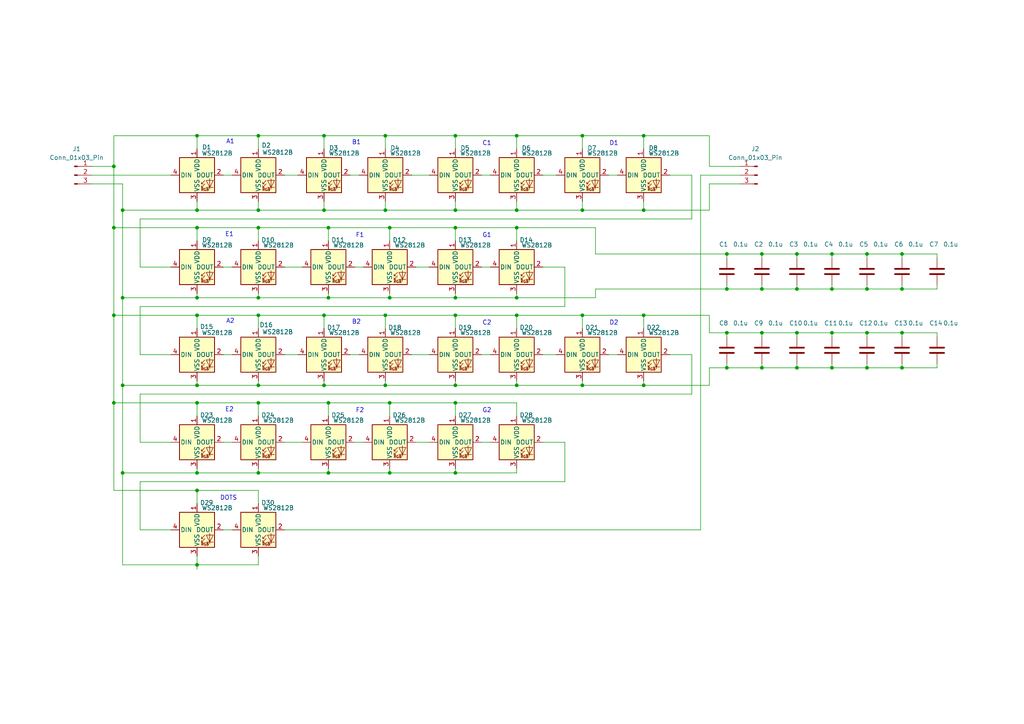
<source format=kicad_sch>
(kicad_sch
	(version 20250114)
	(generator "eeschema")
	(generator_version "9.0")
	(uuid "a74ae80e-1c25-4970-bc06-dab6a39922a3")
	(paper "A4")
	(lib_symbols
		(symbol "Connector:Conn_01x03_Pin"
			(pin_names
				(offset 1.016)
				(hide yes)
			)
			(exclude_from_sim no)
			(in_bom yes)
			(on_board yes)
			(property "Reference" "J"
				(at 0 5.08 0)
				(effects
					(font
						(size 1.27 1.27)
					)
				)
			)
			(property "Value" "Conn_01x03_Pin"
				(at 0 -5.08 0)
				(effects
					(font
						(size 1.27 1.27)
					)
				)
			)
			(property "Footprint" ""
				(at 0 0 0)
				(effects
					(font
						(size 1.27 1.27)
					)
					(hide yes)
				)
			)
			(property "Datasheet" "~"
				(at 0 0 0)
				(effects
					(font
						(size 1.27 1.27)
					)
					(hide yes)
				)
			)
			(property "Description" "Generic connector, single row, 01x03, script generated"
				(at 0 0 0)
				(effects
					(font
						(size 1.27 1.27)
					)
					(hide yes)
				)
			)
			(property "ki_locked" ""
				(at 0 0 0)
				(effects
					(font
						(size 1.27 1.27)
					)
				)
			)
			(property "ki_keywords" "connector"
				(at 0 0 0)
				(effects
					(font
						(size 1.27 1.27)
					)
					(hide yes)
				)
			)
			(property "ki_fp_filters" "Connector*:*_1x??_*"
				(at 0 0 0)
				(effects
					(font
						(size 1.27 1.27)
					)
					(hide yes)
				)
			)
			(symbol "Conn_01x03_Pin_1_1"
				(rectangle
					(start 0.8636 2.667)
					(end 0 2.413)
					(stroke
						(width 0.1524)
						(type default)
					)
					(fill
						(type outline)
					)
				)
				(rectangle
					(start 0.8636 0.127)
					(end 0 -0.127)
					(stroke
						(width 0.1524)
						(type default)
					)
					(fill
						(type outline)
					)
				)
				(rectangle
					(start 0.8636 -2.413)
					(end 0 -2.667)
					(stroke
						(width 0.1524)
						(type default)
					)
					(fill
						(type outline)
					)
				)
				(polyline
					(pts
						(xy 1.27 2.54) (xy 0.8636 2.54)
					)
					(stroke
						(width 0.1524)
						(type default)
					)
					(fill
						(type none)
					)
				)
				(polyline
					(pts
						(xy 1.27 0) (xy 0.8636 0)
					)
					(stroke
						(width 0.1524)
						(type default)
					)
					(fill
						(type none)
					)
				)
				(polyline
					(pts
						(xy 1.27 -2.54) (xy 0.8636 -2.54)
					)
					(stroke
						(width 0.1524)
						(type default)
					)
					(fill
						(type none)
					)
				)
				(pin passive line
					(at 5.08 2.54 180)
					(length 3.81)
					(name "Pin_1"
						(effects
							(font
								(size 1.27 1.27)
							)
						)
					)
					(number "1"
						(effects
							(font
								(size 1.27 1.27)
							)
						)
					)
				)
				(pin passive line
					(at 5.08 0 180)
					(length 3.81)
					(name "Pin_2"
						(effects
							(font
								(size 1.27 1.27)
							)
						)
					)
					(number "2"
						(effects
							(font
								(size 1.27 1.27)
							)
						)
					)
				)
				(pin passive line
					(at 5.08 -2.54 180)
					(length 3.81)
					(name "Pin_3"
						(effects
							(font
								(size 1.27 1.27)
							)
						)
					)
					(number "3"
						(effects
							(font
								(size 1.27 1.27)
							)
						)
					)
				)
			)
			(embedded_fonts no)
		)
		(symbol "Device:C"
			(pin_numbers
				(hide yes)
			)
			(pin_names
				(offset 0.254)
			)
			(exclude_from_sim no)
			(in_bom yes)
			(on_board yes)
			(property "Reference" "C"
				(at 0.635 2.54 0)
				(effects
					(font
						(size 1.27 1.27)
					)
					(justify left)
				)
			)
			(property "Value" "C"
				(at 0.635 -2.54 0)
				(effects
					(font
						(size 1.27 1.27)
					)
					(justify left)
				)
			)
			(property "Footprint" ""
				(at 0.9652 -3.81 0)
				(effects
					(font
						(size 1.27 1.27)
					)
					(hide yes)
				)
			)
			(property "Datasheet" "~"
				(at 0 0 0)
				(effects
					(font
						(size 1.27 1.27)
					)
					(hide yes)
				)
			)
			(property "Description" "Unpolarized capacitor"
				(at 0 0 0)
				(effects
					(font
						(size 1.27 1.27)
					)
					(hide yes)
				)
			)
			(property "ki_keywords" "cap capacitor"
				(at 0 0 0)
				(effects
					(font
						(size 1.27 1.27)
					)
					(hide yes)
				)
			)
			(property "ki_fp_filters" "C_*"
				(at 0 0 0)
				(effects
					(font
						(size 1.27 1.27)
					)
					(hide yes)
				)
			)
			(symbol "C_0_1"
				(polyline
					(pts
						(xy -2.032 0.762) (xy 2.032 0.762)
					)
					(stroke
						(width 0.508)
						(type default)
					)
					(fill
						(type none)
					)
				)
				(polyline
					(pts
						(xy -2.032 -0.762) (xy 2.032 -0.762)
					)
					(stroke
						(width 0.508)
						(type default)
					)
					(fill
						(type none)
					)
				)
			)
			(symbol "C_1_1"
				(pin passive line
					(at 0 3.81 270)
					(length 2.794)
					(name "~"
						(effects
							(font
								(size 1.27 1.27)
							)
						)
					)
					(number "1"
						(effects
							(font
								(size 1.27 1.27)
							)
						)
					)
				)
				(pin passive line
					(at 0 -3.81 90)
					(length 2.794)
					(name "~"
						(effects
							(font
								(size 1.27 1.27)
							)
						)
					)
					(number "2"
						(effects
							(font
								(size 1.27 1.27)
							)
						)
					)
				)
			)
			(embedded_fonts no)
		)
		(symbol "LED:WS2812B"
			(pin_names
				(offset 0.254)
			)
			(exclude_from_sim no)
			(in_bom yes)
			(on_board yes)
			(property "Reference" "D"
				(at 5.08 5.715 0)
				(effects
					(font
						(size 1.27 1.27)
					)
					(justify right bottom)
				)
			)
			(property "Value" "WS2812B"
				(at 1.27 -5.715 0)
				(effects
					(font
						(size 1.27 1.27)
					)
					(justify left top)
				)
			)
			(property "Footprint" "LED_SMD:LED_WS2812B_PLCC4_5.0x5.0mm_P3.2mm"
				(at 1.27 -7.62 0)
				(effects
					(font
						(size 1.27 1.27)
					)
					(justify left top)
					(hide yes)
				)
			)
			(property "Datasheet" "https://cdn-shop.adafruit.com/datasheets/WS2812B.pdf"
				(at 2.54 -9.525 0)
				(effects
					(font
						(size 1.27 1.27)
					)
					(justify left top)
					(hide yes)
				)
			)
			(property "Description" "RGB LED with integrated controller"
				(at 0 0 0)
				(effects
					(font
						(size 1.27 1.27)
					)
					(hide yes)
				)
			)
			(property "ki_keywords" "RGB LED NeoPixel addressable"
				(at 0 0 0)
				(effects
					(font
						(size 1.27 1.27)
					)
					(hide yes)
				)
			)
			(property "ki_fp_filters" "LED*WS2812*PLCC*5.0x5.0mm*P3.2mm*"
				(at 0 0 0)
				(effects
					(font
						(size 1.27 1.27)
					)
					(hide yes)
				)
			)
			(symbol "WS2812B_0_0"
				(text "RGB"
					(at 2.286 -4.191 0)
					(effects
						(font
							(size 0.762 0.762)
						)
					)
				)
			)
			(symbol "WS2812B_0_1"
				(polyline
					(pts
						(xy 1.27 -2.54) (xy 1.778 -2.54)
					)
					(stroke
						(width 0)
						(type default)
					)
					(fill
						(type none)
					)
				)
				(polyline
					(pts
						(xy 1.27 -3.556) (xy 1.778 -3.556)
					)
					(stroke
						(width 0)
						(type default)
					)
					(fill
						(type none)
					)
				)
				(polyline
					(pts
						(xy 2.286 -1.524) (xy 1.27 -2.54) (xy 1.27 -2.032)
					)
					(stroke
						(width 0)
						(type default)
					)
					(fill
						(type none)
					)
				)
				(polyline
					(pts
						(xy 2.286 -2.54) (xy 1.27 -3.556) (xy 1.27 -3.048)
					)
					(stroke
						(width 0)
						(type default)
					)
					(fill
						(type none)
					)
				)
				(polyline
					(pts
						(xy 3.683 -1.016) (xy 3.683 -3.556) (xy 3.683 -4.064)
					)
					(stroke
						(width 0)
						(type default)
					)
					(fill
						(type none)
					)
				)
				(polyline
					(pts
						(xy 4.699 -1.524) (xy 2.667 -1.524) (xy 3.683 -3.556) (xy 4.699 -1.524)
					)
					(stroke
						(width 0)
						(type default)
					)
					(fill
						(type none)
					)
				)
				(polyline
					(pts
						(xy 4.699 -3.556) (xy 2.667 -3.556)
					)
					(stroke
						(width 0)
						(type default)
					)
					(fill
						(type none)
					)
				)
				(rectangle
					(start 5.08 5.08)
					(end -5.08 -5.08)
					(stroke
						(width 0.254)
						(type default)
					)
					(fill
						(type background)
					)
				)
			)
			(symbol "WS2812B_1_1"
				(pin input line
					(at -7.62 0 0)
					(length 2.54)
					(name "DIN"
						(effects
							(font
								(size 1.27 1.27)
							)
						)
					)
					(number "4"
						(effects
							(font
								(size 1.27 1.27)
							)
						)
					)
				)
				(pin power_in line
					(at 0 7.62 270)
					(length 2.54)
					(name "VDD"
						(effects
							(font
								(size 1.27 1.27)
							)
						)
					)
					(number "1"
						(effects
							(font
								(size 1.27 1.27)
							)
						)
					)
				)
				(pin power_in line
					(at 0 -7.62 90)
					(length 2.54)
					(name "VSS"
						(effects
							(font
								(size 1.27 1.27)
							)
						)
					)
					(number "3"
						(effects
							(font
								(size 1.27 1.27)
							)
						)
					)
				)
				(pin output line
					(at 7.62 0 180)
					(length 2.54)
					(name "DOUT"
						(effects
							(font
								(size 1.27 1.27)
							)
						)
					)
					(number "2"
						(effects
							(font
								(size 1.27 1.27)
							)
						)
					)
				)
			)
			(embedded_fonts no)
		)
	)
	(text "F1"
		(exclude_from_sim no)
		(at 104.394 68.326 0)
		(effects
			(font
				(size 1.27 1.27)
			)
		)
		(uuid "05311ab7-246e-41d7-a20c-e4d32b000db4")
	)
	(text "DOTS"
		(exclude_from_sim no)
		(at 66.294 144.526 0)
		(effects
			(font
				(size 1.27 1.27)
			)
		)
		(uuid "14b76145-603a-4b7d-b7a0-a780967ea26f")
	)
	(text "B1"
		(exclude_from_sim no)
		(at 103.378 41.402 0)
		(effects
			(font
				(size 1.27 1.27)
			)
		)
		(uuid "24107890-d0e9-43f6-8183-577137d1e418")
	)
	(text "F2"
		(exclude_from_sim no)
		(at 104.394 119.126 0)
		(effects
			(font
				(size 1.27 1.27)
			)
		)
		(uuid "2cd2f28a-35ad-4c16-b334-143c30568a03")
	)
	(text "E2"
		(exclude_from_sim no)
		(at 66.548 118.872 0)
		(effects
			(font
				(size 1.27 1.27)
			)
		)
		(uuid "42295254-bddd-46ae-babb-ed7edd0c7188")
	)
	(text "B2"
		(exclude_from_sim no)
		(at 103.378 93.472 0)
		(effects
			(font
				(size 1.27 1.27)
			)
		)
		(uuid "5bae3810-9306-41a0-a82b-ec2ab280911b")
	)
	(text "E1"
		(exclude_from_sim no)
		(at 66.548 68.072 0)
		(effects
			(font
				(size 1.27 1.27)
			)
		)
		(uuid "77c0c325-6303-480f-833b-70773df8d754")
	)
	(text "A2"
		(exclude_from_sim no)
		(at 66.802 93.218 0)
		(effects
			(font
				(size 1.27 1.27)
			)
		)
		(uuid "984f2f00-0427-4646-8ef4-b389cad595aa")
	)
	(text "C2"
		(exclude_from_sim no)
		(at 141.224 93.726 0)
		(effects
			(font
				(size 1.27 1.27)
			)
		)
		(uuid "a7978012-2512-4e90-9459-16750e42a8a5")
	)
	(text "G1"
		(exclude_from_sim no)
		(at 141.224 68.326 0)
		(effects
			(font
				(size 1.27 1.27)
			)
		)
		(uuid "b50518ca-1c1f-4f84-8abe-d1609a20107c")
	)
	(text "D2"
		(exclude_from_sim no)
		(at 178.054 93.726 0)
		(effects
			(font
				(size 1.27 1.27)
			)
		)
		(uuid "bfde9c77-d5fd-4367-8132-aa11a65f677c")
	)
	(text "C1"
		(exclude_from_sim no)
		(at 141.224 41.656 0)
		(effects
			(font
				(size 1.27 1.27)
			)
		)
		(uuid "db75949e-7214-451b-ab8e-f278983b18e8")
	)
	(text "A1"
		(exclude_from_sim no)
		(at 66.802 41.148 0)
		(effects
			(font
				(size 1.27 1.27)
			)
		)
		(uuid "ec0383eb-a893-4828-8072-47cb8971b38d")
	)
	(text "D1"
		(exclude_from_sim no)
		(at 178.054 41.656 0)
		(effects
			(font
				(size 1.27 1.27)
			)
		)
		(uuid "ef5d4dff-855a-4f45-8a5e-ccba566d076a")
	)
	(text "G2"
		(exclude_from_sim no)
		(at 141.224 119.126 0)
		(effects
			(font
				(size 1.27 1.27)
			)
		)
		(uuid "f4777e3f-95e2-4ae3-a97f-a5fab0b4801f")
	)
	(junction
		(at 132.08 91.44)
		(diameter 0)
		(color 0 0 0 0)
		(uuid "0043999c-6590-4d03-a5aa-0f47e368d6ca")
	)
	(junction
		(at 95.25 137.16)
		(diameter 0)
		(color 0 0 0 0)
		(uuid "00c40a95-8b6a-424d-a5b4-4204259715f3")
	)
	(junction
		(at 35.56 111.76)
		(diameter 0)
		(color 0 0 0 0)
		(uuid "0176a308-5c79-4a85-ac04-39e6b2a1d61e")
	)
	(junction
		(at 33.02 66.04)
		(diameter 0)
		(color 0 0 0 0)
		(uuid "01a7eaef-3e43-4d19-8ea3-b5043b820d56")
	)
	(junction
		(at 74.93 86.36)
		(diameter 0)
		(color 0 0 0 0)
		(uuid "04ce7caa-06ca-4e61-9938-c0370f2a6cc5")
	)
	(junction
		(at 113.03 86.36)
		(diameter 0)
		(color 0 0 0 0)
		(uuid "05d43755-fe9b-4255-b269-a196ce155f1a")
	)
	(junction
		(at 186.69 91.44)
		(diameter 0)
		(color 0 0 0 0)
		(uuid "06767800-3023-48c6-ae14-1782509f5c4f")
	)
	(junction
		(at 132.08 66.04)
		(diameter 0)
		(color 0 0 0 0)
		(uuid "08c82be6-0e95-4f8d-86ce-a0108097515f")
	)
	(junction
		(at 210.82 73.66)
		(diameter 0)
		(color 0 0 0 0)
		(uuid "094a8fcb-5e34-423d-9dd0-117474d1bdfc")
	)
	(junction
		(at 93.98 111.76)
		(diameter 0)
		(color 0 0 0 0)
		(uuid "0b55fe01-1b14-45cd-abc4-e0186fdbb28a")
	)
	(junction
		(at 93.98 39.37)
		(diameter 0)
		(color 0 0 0 0)
		(uuid "0e3c0d2b-3073-4645-b3da-d44ee0a5a652")
	)
	(junction
		(at 186.69 39.37)
		(diameter 0)
		(color 0 0 0 0)
		(uuid "0f669281-2817-4a5d-bc01-195c5baae8bc")
	)
	(junction
		(at 74.93 111.76)
		(diameter 0)
		(color 0 0 0 0)
		(uuid "13b9b5e2-1079-41df-a09f-ce4918c091b5")
	)
	(junction
		(at 241.3 96.52)
		(diameter 0)
		(color 0 0 0 0)
		(uuid "1c846df4-2d48-488d-a3dc-deb858fafe2c")
	)
	(junction
		(at 132.08 137.16)
		(diameter 0)
		(color 0 0 0 0)
		(uuid "1d693375-6544-44b7-90b5-1fe9099c714e")
	)
	(junction
		(at 33.02 91.44)
		(diameter 0)
		(color 0 0 0 0)
		(uuid "1e2aac47-c6aa-452c-885c-cb3784abba6b")
	)
	(junction
		(at 261.62 83.82)
		(diameter 0)
		(color 0 0 0 0)
		(uuid "24fbdb8e-037b-4575-8e05-cf38d96789ad")
	)
	(junction
		(at 261.62 106.68)
		(diameter 0)
		(color 0 0 0 0)
		(uuid "2daf4b00-a1f0-4a19-adea-96d15d471347")
	)
	(junction
		(at 111.76 111.76)
		(diameter 0)
		(color 0 0 0 0)
		(uuid "33a81ab3-db47-437b-80fa-73b8758d9368")
	)
	(junction
		(at 210.82 96.52)
		(diameter 0)
		(color 0 0 0 0)
		(uuid "342739a2-d321-40fb-873d-dec4cc36a46e")
	)
	(junction
		(at 93.98 60.96)
		(diameter 0)
		(color 0 0 0 0)
		(uuid "3601f117-0be4-44ac-bc62-22e8e9d212e2")
	)
	(junction
		(at 168.91 60.96)
		(diameter 0)
		(color 0 0 0 0)
		(uuid "36cd2afc-4714-4d9a-a778-3b7f0d0a1c8b")
	)
	(junction
		(at 113.03 116.84)
		(diameter 0)
		(color 0 0 0 0)
		(uuid "381f37e3-18d9-4c9a-ae2c-a805283c630c")
	)
	(junction
		(at 231.14 73.66)
		(diameter 0)
		(color 0 0 0 0)
		(uuid "3a0d3f22-35ad-4be0-9ccd-b6f0ef9418e2")
	)
	(junction
		(at 57.15 111.76)
		(diameter 0)
		(color 0 0 0 0)
		(uuid "3aa1c07b-9c2e-416c-a1b1-71b7ce1badc9")
	)
	(junction
		(at 33.02 48.26)
		(diameter 0)
		(color 0 0 0 0)
		(uuid "3e1c8c85-64d0-47df-b10b-386f37a78afe")
	)
	(junction
		(at 251.46 96.52)
		(diameter 0)
		(color 0 0 0 0)
		(uuid "3fbe2bf9-3e97-4c69-aeeb-748e71f2a73d")
	)
	(junction
		(at 251.46 83.82)
		(diameter 0)
		(color 0 0 0 0)
		(uuid "4324e811-5c70-4c61-b675-19348773b665")
	)
	(junction
		(at 132.08 39.37)
		(diameter 0)
		(color 0 0 0 0)
		(uuid "44b03c79-3a60-412d-bf4b-ded69b129451")
	)
	(junction
		(at 149.86 60.96)
		(diameter 0)
		(color 0 0 0 0)
		(uuid "494ad744-39fe-43bd-82ef-8690ad3a79e7")
	)
	(junction
		(at 149.86 111.76)
		(diameter 0)
		(color 0 0 0 0)
		(uuid "517125e3-374e-425b-97de-b96589e9c22c")
	)
	(junction
		(at 57.15 60.96)
		(diameter 0)
		(color 0 0 0 0)
		(uuid "56374add-7fbc-4bcc-8b41-cd74e34bc526")
	)
	(junction
		(at 95.25 66.04)
		(diameter 0)
		(color 0 0 0 0)
		(uuid "578fb770-63c2-454b-908e-828ed9afa06a")
	)
	(junction
		(at 57.15 66.04)
		(diameter 0)
		(color 0 0 0 0)
		(uuid "57b5c79c-9283-4a29-b7a6-6d8b15c8f946")
	)
	(junction
		(at 57.15 86.36)
		(diameter 0)
		(color 0 0 0 0)
		(uuid "5d635bcf-1b34-4bf8-8012-cc7edb869d8b")
	)
	(junction
		(at 132.08 116.84)
		(diameter 0)
		(color 0 0 0 0)
		(uuid "5e51a17e-6e06-4643-b09e-dec00f509ca8")
	)
	(junction
		(at 74.93 116.84)
		(diameter 0)
		(color 0 0 0 0)
		(uuid "5fd8d4c2-e25c-465b-b268-253b3f826532")
	)
	(junction
		(at 149.86 39.37)
		(diameter 0)
		(color 0 0 0 0)
		(uuid "60547dae-59cc-44ae-8d1e-5341c83b88d3")
	)
	(junction
		(at 168.91 39.37)
		(diameter 0)
		(color 0 0 0 0)
		(uuid "619781eb-3627-46dd-a31a-08ce95e2b46f")
	)
	(junction
		(at 35.56 86.36)
		(diameter 0)
		(color 0 0 0 0)
		(uuid "64cd2b21-0b9e-468d-b5de-ed37270b322c")
	)
	(junction
		(at 210.82 83.82)
		(diameter 0)
		(color 0 0 0 0)
		(uuid "6738e6c5-1015-4179-a2c5-e89d5a1d765d")
	)
	(junction
		(at 241.3 73.66)
		(diameter 0)
		(color 0 0 0 0)
		(uuid "67f16caa-1f80-4f1a-8597-b3584c2c58f6")
	)
	(junction
		(at 132.08 60.96)
		(diameter 0)
		(color 0 0 0 0)
		(uuid "6a38a7b0-97e2-4a9c-ae91-58581cf74ca9")
	)
	(junction
		(at 149.86 86.36)
		(diameter 0)
		(color 0 0 0 0)
		(uuid "6bf22558-13dc-44fe-a201-036c4c2043c6")
	)
	(junction
		(at 132.08 111.76)
		(diameter 0)
		(color 0 0 0 0)
		(uuid "7786d197-6992-4805-9694-9a0bb6a2dc58")
	)
	(junction
		(at 251.46 73.66)
		(diameter 0)
		(color 0 0 0 0)
		(uuid "77de82d5-310f-43fb-b4ed-b1671ee62547")
	)
	(junction
		(at 74.93 60.96)
		(diameter 0)
		(color 0 0 0 0)
		(uuid "7846db34-48fd-49d1-8489-0b7d3ce12b9c")
	)
	(junction
		(at 111.76 39.37)
		(diameter 0)
		(color 0 0 0 0)
		(uuid "7e0fdaae-5bdd-4422-b45a-ab771a9506f8")
	)
	(junction
		(at 74.93 39.37)
		(diameter 0)
		(color 0 0 0 0)
		(uuid "7f02092e-6295-4ec1-83ea-79e32f5c11d2")
	)
	(junction
		(at 220.98 83.82)
		(diameter 0)
		(color 0 0 0 0)
		(uuid "80616bf5-281d-4920-80a5-aa117098ab01")
	)
	(junction
		(at 95.25 116.84)
		(diameter 0)
		(color 0 0 0 0)
		(uuid "814cc11d-bf57-4ff5-be1f-030318c77cec")
	)
	(junction
		(at 261.62 73.66)
		(diameter 0)
		(color 0 0 0 0)
		(uuid "820c8940-15a4-432d-9025-53c8b8b747a1")
	)
	(junction
		(at 251.46 106.68)
		(diameter 0)
		(color 0 0 0 0)
		(uuid "861b339f-92d9-406d-9866-8ce806805f9b")
	)
	(junction
		(at 57.15 142.24)
		(diameter 0)
		(color 0 0 0 0)
		(uuid "87211caa-c065-4dcf-a065-048d559d5cce")
	)
	(junction
		(at 149.86 66.04)
		(diameter 0)
		(color 0 0 0 0)
		(uuid "8b812f84-424e-4adb-b41e-76cf8ca711d4")
	)
	(junction
		(at 57.15 39.37)
		(diameter 0)
		(color 0 0 0 0)
		(uuid "91aeb1eb-ccfb-48de-8d00-56ce5bfa7cfe")
	)
	(junction
		(at 35.56 137.16)
		(diameter 0)
		(color 0 0 0 0)
		(uuid "9541f46a-5050-48a2-a4ce-bece2d4bedad")
	)
	(junction
		(at 168.91 91.44)
		(diameter 0)
		(color 0 0 0 0)
		(uuid "99f32001-75fd-4836-86ef-44cea44c3289")
	)
	(junction
		(at 57.15 91.44)
		(diameter 0)
		(color 0 0 0 0)
		(uuid "9aa69f27-912d-444c-a201-0516989f01aa")
	)
	(junction
		(at 113.03 66.04)
		(diameter 0)
		(color 0 0 0 0)
		(uuid "a964030d-7fb1-4eed-8f50-e7475b72bfac")
	)
	(junction
		(at 210.82 106.68)
		(diameter 0)
		(color 0 0 0 0)
		(uuid "ab835460-86fa-411f-a645-bba28eca0a51")
	)
	(junction
		(at 113.03 137.16)
		(diameter 0)
		(color 0 0 0 0)
		(uuid "b0052b9d-7d57-4e7d-b4cb-ffaf4f3e0aa6")
	)
	(junction
		(at 74.93 137.16)
		(diameter 0)
		(color 0 0 0 0)
		(uuid "b8cd1d9b-8df8-447d-9ccb-d7e82933e953")
	)
	(junction
		(at 220.98 96.52)
		(diameter 0)
		(color 0 0 0 0)
		(uuid "bcb0cb9a-2d9f-4f5c-b4b2-72cae519e084")
	)
	(junction
		(at 132.08 86.36)
		(diameter 0)
		(color 0 0 0 0)
		(uuid "bd691da9-95fc-4839-8c8e-7d5d83f18ae6")
	)
	(junction
		(at 241.3 83.82)
		(diameter 0)
		(color 0 0 0 0)
		(uuid "be92d480-e145-4697-b87a-15e923b058bb")
	)
	(junction
		(at 186.69 111.76)
		(diameter 0)
		(color 0 0 0 0)
		(uuid "becddd61-ba46-42dc-9490-2c6369d01934")
	)
	(junction
		(at 57.15 137.16)
		(diameter 0)
		(color 0 0 0 0)
		(uuid "c60d7553-d1fc-4f55-8863-ce5542bf68b7")
	)
	(junction
		(at 35.56 60.96)
		(diameter 0)
		(color 0 0 0 0)
		(uuid "c8a19730-542d-4c40-9079-782a2ec210be")
	)
	(junction
		(at 186.69 60.96)
		(diameter 0)
		(color 0 0 0 0)
		(uuid "d1a28120-3913-4517-b9e1-675c517f7ee7")
	)
	(junction
		(at 220.98 73.66)
		(diameter 0)
		(color 0 0 0 0)
		(uuid "d52d42c0-7867-4703-b9d9-d73428bc0432")
	)
	(junction
		(at 231.14 83.82)
		(diameter 0)
		(color 0 0 0 0)
		(uuid "dc68a0d7-bb0f-46b3-9ade-2e64d3865571")
	)
	(junction
		(at 261.62 96.52)
		(diameter 0)
		(color 0 0 0 0)
		(uuid "dc97c8aa-64b3-4572-8728-747b5b1b22de")
	)
	(junction
		(at 220.98 106.68)
		(diameter 0)
		(color 0 0 0 0)
		(uuid "e10dde08-7adf-423f-9ec7-6a1251f85f1e")
	)
	(junction
		(at 231.14 96.52)
		(diameter 0)
		(color 0 0 0 0)
		(uuid "e29b44d1-5b71-4c2a-a524-de2829e745fd")
	)
	(junction
		(at 111.76 91.44)
		(diameter 0)
		(color 0 0 0 0)
		(uuid "e558fb95-7e53-4a9f-854d-74b02e153572")
	)
	(junction
		(at 57.15 163.83)
		(diameter 0)
		(color 0 0 0 0)
		(uuid "e7dae87e-d5f9-403f-bf5a-8e3d2bf4ccf7")
	)
	(junction
		(at 111.76 60.96)
		(diameter 0)
		(color 0 0 0 0)
		(uuid "ea278241-6272-4ba9-842e-7bf8360998df")
	)
	(junction
		(at 168.91 111.76)
		(diameter 0)
		(color 0 0 0 0)
		(uuid "eb13dc39-2ca1-404b-9e42-a7601d6cbd37")
	)
	(junction
		(at 74.93 91.44)
		(diameter 0)
		(color 0 0 0 0)
		(uuid "ebdd2c75-9b69-4aa7-8813-e0757f3ed1c5")
	)
	(junction
		(at 231.14 106.68)
		(diameter 0)
		(color 0 0 0 0)
		(uuid "ebf1c8e2-8a68-46b9-b267-f628eae46ddf")
	)
	(junction
		(at 95.25 86.36)
		(diameter 0)
		(color 0 0 0 0)
		(uuid "ecc9b94b-16fe-4e12-872d-a7d05b802549")
	)
	(junction
		(at 149.86 91.44)
		(diameter 0)
		(color 0 0 0 0)
		(uuid "ed6d9eea-232f-43d6-b7d7-643a82ad1160")
	)
	(junction
		(at 241.3 106.68)
		(diameter 0)
		(color 0 0 0 0)
		(uuid "ee64a16b-9468-4f80-9f44-e4d467a32c9b")
	)
	(junction
		(at 93.98 91.44)
		(diameter 0)
		(color 0 0 0 0)
		(uuid "ef2b37aa-1d8f-475c-b488-9e8c46bb9948")
	)
	(junction
		(at 57.15 116.84)
		(diameter 0)
		(color 0 0 0 0)
		(uuid "efb1f1a6-fe7d-4250-a755-3fd1c3a1f3e4")
	)
	(junction
		(at 33.02 116.84)
		(diameter 0)
		(color 0 0 0 0)
		(uuid "f34d2a62-ee58-407f-af6c-7fa8b46d1724")
	)
	(junction
		(at 74.93 66.04)
		(diameter 0)
		(color 0 0 0 0)
		(uuid "f70f598e-518f-4f3b-a42d-f8b9b50a047f")
	)
	(wire
		(pts
			(xy 241.3 83.82) (xy 231.14 83.82)
		)
		(stroke
			(width 0)
			(type default)
		)
		(uuid "037f7e97-6cd7-420d-9a65-1ab73d1d6ca9")
	)
	(wire
		(pts
			(xy 210.82 73.66) (xy 210.82 74.93)
		)
		(stroke
			(width 0)
			(type default)
		)
		(uuid "06292a60-4d9b-4cad-8f79-09456e3e295c")
	)
	(wire
		(pts
			(xy 132.08 116.84) (xy 132.08 120.65)
		)
		(stroke
			(width 0)
			(type default)
		)
		(uuid "0704de01-a11f-479f-a084-3ab63d5d0061")
	)
	(wire
		(pts
			(xy 132.08 91.44) (xy 132.08 95.25)
		)
		(stroke
			(width 0)
			(type default)
		)
		(uuid "078b7966-656f-4486-9dcd-dfb6f4019cc3")
	)
	(wire
		(pts
			(xy 113.03 116.84) (xy 132.08 116.84)
		)
		(stroke
			(width 0)
			(type default)
		)
		(uuid "079b695c-256e-473b-8dce-29a803a61300")
	)
	(wire
		(pts
			(xy 261.62 106.68) (xy 251.46 106.68)
		)
		(stroke
			(width 0)
			(type default)
		)
		(uuid "08b3ab0f-c5da-4642-b64a-574b04d46bee")
	)
	(wire
		(pts
			(xy 205.74 91.44) (xy 205.74 96.52)
		)
		(stroke
			(width 0)
			(type default)
		)
		(uuid "08f25127-725e-4da7-af4d-e3d207b40748")
	)
	(wire
		(pts
			(xy 74.93 58.42) (xy 74.93 60.96)
		)
		(stroke
			(width 0)
			(type default)
		)
		(uuid "093d4805-f027-4b98-879e-9e6a3735eb95")
	)
	(wire
		(pts
			(xy 251.46 83.82) (xy 241.3 83.82)
		)
		(stroke
			(width 0)
			(type default)
		)
		(uuid "0bd22854-50b0-4a1a-af48-cc2891ea1835")
	)
	(wire
		(pts
			(xy 163.83 77.47) (xy 163.83 88.9)
		)
		(stroke
			(width 0)
			(type default)
		)
		(uuid "0dfa886d-ecf1-44ef-b06d-9610e20f048d")
	)
	(wire
		(pts
			(xy 186.69 91.44) (xy 205.74 91.44)
		)
		(stroke
			(width 0)
			(type default)
		)
		(uuid "0fa3971b-a649-4bfc-bd30-a3d2ba4e5165")
	)
	(wire
		(pts
			(xy 111.76 39.37) (xy 111.76 43.18)
		)
		(stroke
			(width 0)
			(type default)
		)
		(uuid "0fd07abf-ea62-4ef5-afaa-6b6548085cbc")
	)
	(wire
		(pts
			(xy 205.74 48.26) (xy 205.74 39.37)
		)
		(stroke
			(width 0)
			(type default)
		)
		(uuid "107f6daf-0c81-4cce-8d1d-d67671d1f2e7")
	)
	(wire
		(pts
			(xy 261.62 73.66) (xy 261.62 74.93)
		)
		(stroke
			(width 0)
			(type default)
		)
		(uuid "117a27a3-a60b-4d3a-99c1-940f06e93ccb")
	)
	(wire
		(pts
			(xy 132.08 91.44) (xy 111.76 91.44)
		)
		(stroke
			(width 0)
			(type default)
		)
		(uuid "13319322-9da0-4782-9123-045c32bcbaf3")
	)
	(wire
		(pts
			(xy 251.46 105.41) (xy 251.46 106.68)
		)
		(stroke
			(width 0)
			(type default)
		)
		(uuid "14d5ca13-d2f8-4276-bb33-fb811958609b")
	)
	(wire
		(pts
			(xy 57.15 39.37) (xy 33.02 39.37)
		)
		(stroke
			(width 0)
			(type default)
		)
		(uuid "14de5f1d-baff-44d4-8ea3-d7b4a58e3913")
	)
	(wire
		(pts
			(xy 220.98 83.82) (xy 210.82 83.82)
		)
		(stroke
			(width 0)
			(type default)
		)
		(uuid "1541e18f-0d88-4fee-bf4b-01cd565c8c6f")
	)
	(wire
		(pts
			(xy 271.78 74.93) (xy 271.78 73.66)
		)
		(stroke
			(width 0)
			(type default)
		)
		(uuid "154f816d-793a-40c7-aa7f-0ef031463aac")
	)
	(wire
		(pts
			(xy 261.62 96.52) (xy 251.46 96.52)
		)
		(stroke
			(width 0)
			(type default)
		)
		(uuid "15f1f9bb-23f5-4d34-9acf-8d39542ed1d8")
	)
	(wire
		(pts
			(xy 74.93 66.04) (xy 95.25 66.04)
		)
		(stroke
			(width 0)
			(type default)
		)
		(uuid "16840643-5294-4f7f-ade1-3caa84e9b96a")
	)
	(wire
		(pts
			(xy 132.08 137.16) (xy 113.03 137.16)
		)
		(stroke
			(width 0)
			(type default)
		)
		(uuid "16db5ae3-6150-4aed-96be-19a2c48d7dbb")
	)
	(wire
		(pts
			(xy 64.77 50.8) (xy 67.31 50.8)
		)
		(stroke
			(width 0)
			(type default)
		)
		(uuid "1783dfa0-e5d4-4083-8439-b56944af47e3")
	)
	(wire
		(pts
			(xy 220.98 105.41) (xy 220.98 106.68)
		)
		(stroke
			(width 0)
			(type default)
		)
		(uuid "1950f314-c010-46bc-bad0-773f92217190")
	)
	(wire
		(pts
			(xy 132.08 39.37) (xy 132.08 43.18)
		)
		(stroke
			(width 0)
			(type default)
		)
		(uuid "1a2d99ba-9767-4f0f-a423-bcf3e53dc754")
	)
	(wire
		(pts
			(xy 200.66 102.87) (xy 200.66 114.3)
		)
		(stroke
			(width 0)
			(type default)
		)
		(uuid "1a8814ca-2ebf-4047-b47e-925e48aaae93")
	)
	(wire
		(pts
			(xy 251.46 73.66) (xy 241.3 73.66)
		)
		(stroke
			(width 0)
			(type default)
		)
		(uuid "1c9e641c-ce22-4cfe-90a0-6608e2a3e416")
	)
	(wire
		(pts
			(xy 205.74 39.37) (xy 186.69 39.37)
		)
		(stroke
			(width 0)
			(type default)
		)
		(uuid "1cf9363e-fccb-471a-af96-df45bc19ac6e")
	)
	(wire
		(pts
			(xy 111.76 91.44) (xy 93.98 91.44)
		)
		(stroke
			(width 0)
			(type default)
		)
		(uuid "1d331f5b-d55b-4b57-9ef3-3ac0021bfef4")
	)
	(wire
		(pts
			(xy 214.63 53.34) (xy 205.74 53.34)
		)
		(stroke
			(width 0)
			(type default)
		)
		(uuid "1e0a97a7-865e-4e46-837f-95cced555bf5")
	)
	(wire
		(pts
			(xy 26.67 50.8) (xy 49.53 50.8)
		)
		(stroke
			(width 0)
			(type default)
		)
		(uuid "1f882cd1-44a7-4b65-8a69-bc5b6de9d72f")
	)
	(wire
		(pts
			(xy 82.55 50.8) (xy 86.36 50.8)
		)
		(stroke
			(width 0)
			(type default)
		)
		(uuid "1ffd3c5b-bfc3-4aeb-8158-b05847e18e25")
	)
	(wire
		(pts
			(xy 35.56 60.96) (xy 35.56 86.36)
		)
		(stroke
			(width 0)
			(type default)
		)
		(uuid "2061f36d-0a0f-49ad-9e4f-ee10904617f6")
	)
	(wire
		(pts
			(xy 64.77 153.67) (xy 67.31 153.67)
		)
		(stroke
			(width 0)
			(type default)
		)
		(uuid "2333b857-1d8b-4f4f-bac3-293b1347f449")
	)
	(wire
		(pts
			(xy 101.6 50.8) (xy 104.14 50.8)
		)
		(stroke
			(width 0)
			(type default)
		)
		(uuid "240a6929-eadf-4b05-b7d4-a1d2c0ed6f6b")
	)
	(wire
		(pts
			(xy 40.64 77.47) (xy 49.53 77.47)
		)
		(stroke
			(width 0)
			(type default)
		)
		(uuid "241e29eb-b2e9-4a2c-a2ec-c0d2d1fdc891")
	)
	(wire
		(pts
			(xy 35.56 86.36) (xy 35.56 111.76)
		)
		(stroke
			(width 0)
			(type default)
		)
		(uuid "2679e8ed-687b-47c5-80bc-fab93386790b")
	)
	(wire
		(pts
			(xy 168.91 39.37) (xy 149.86 39.37)
		)
		(stroke
			(width 0)
			(type default)
		)
		(uuid "277886d8-118d-4605-b15f-86d97cd1870f")
	)
	(wire
		(pts
			(xy 33.02 116.84) (xy 57.15 116.84)
		)
		(stroke
			(width 0)
			(type default)
		)
		(uuid "27be3559-344b-4fc2-8a02-3918e8a11435")
	)
	(wire
		(pts
			(xy 149.86 135.89) (xy 149.86 137.16)
		)
		(stroke
			(width 0)
			(type default)
		)
		(uuid "29bf4cfa-b80c-4d1b-888f-7afbc7080b5f")
	)
	(wire
		(pts
			(xy 113.03 135.89) (xy 113.03 137.16)
		)
		(stroke
			(width 0)
			(type default)
		)
		(uuid "2a27fd40-8cd8-4836-9cfc-37bf7be6217c")
	)
	(wire
		(pts
			(xy 176.53 50.8) (xy 179.07 50.8)
		)
		(stroke
			(width 0)
			(type default)
		)
		(uuid "2af5ea5d-5f61-4f45-8106-6ee8f2fce016")
	)
	(wire
		(pts
			(xy 200.66 50.8) (xy 200.66 63.5)
		)
		(stroke
			(width 0)
			(type default)
		)
		(uuid "2b06ca27-4ef0-4f29-bc76-da07b523e5ed")
	)
	(wire
		(pts
			(xy 241.3 96.52) (xy 241.3 97.79)
		)
		(stroke
			(width 0)
			(type default)
		)
		(uuid "2b85a7f6-42a2-43b1-911d-c2efba290e93")
	)
	(wire
		(pts
			(xy 157.48 50.8) (xy 161.29 50.8)
		)
		(stroke
			(width 0)
			(type default)
		)
		(uuid "2c7c7808-b34e-4123-abda-c016b7d8dfea")
	)
	(wire
		(pts
			(xy 82.55 128.27) (xy 87.63 128.27)
		)
		(stroke
			(width 0)
			(type default)
		)
		(uuid "2dea407f-ff9a-4ad2-a703-185a8e67dd46")
	)
	(wire
		(pts
			(xy 57.15 91.44) (xy 57.15 95.25)
		)
		(stroke
			(width 0)
			(type default)
		)
		(uuid "30de2b0d-d179-43aa-a31d-e0a9b010654b")
	)
	(wire
		(pts
			(xy 149.86 39.37) (xy 149.86 43.18)
		)
		(stroke
			(width 0)
			(type default)
		)
		(uuid "316c6c8a-e7fd-49ea-9383-759ca62a4b9f")
	)
	(wire
		(pts
			(xy 74.93 86.36) (xy 57.15 86.36)
		)
		(stroke
			(width 0)
			(type default)
		)
		(uuid "344b2daa-3e07-4158-9c92-b18d1490ea24")
	)
	(wire
		(pts
			(xy 74.93 137.16) (xy 57.15 137.16)
		)
		(stroke
			(width 0)
			(type default)
		)
		(uuid "34d9b0c7-80ea-42dc-90e3-62703958a288")
	)
	(wire
		(pts
			(xy 64.77 128.27) (xy 67.31 128.27)
		)
		(stroke
			(width 0)
			(type default)
		)
		(uuid "353349af-f04d-44c1-be5f-367e41d66622")
	)
	(wire
		(pts
			(xy 111.76 110.49) (xy 111.76 111.76)
		)
		(stroke
			(width 0)
			(type default)
		)
		(uuid "35aae698-9554-4eda-9db7-fecabdadd6cd")
	)
	(wire
		(pts
			(xy 186.69 95.25) (xy 186.69 91.44)
		)
		(stroke
			(width 0)
			(type default)
		)
		(uuid "35adc134-ac9c-45e5-bb65-e8fa0ee2b736")
	)
	(wire
		(pts
			(xy 74.93 66.04) (xy 74.93 69.85)
		)
		(stroke
			(width 0)
			(type default)
		)
		(uuid "36627866-b404-4d40-a3a5-f07a77eeab32")
	)
	(wire
		(pts
			(xy 200.66 63.5) (xy 40.64 63.5)
		)
		(stroke
			(width 0)
			(type default)
		)
		(uuid "37ab00ca-a692-47f8-8720-2dfefa0928de")
	)
	(wire
		(pts
			(xy 186.69 39.37) (xy 168.91 39.37)
		)
		(stroke
			(width 0)
			(type default)
		)
		(uuid "39d964f5-bc08-4805-b654-7c96cf7e5eb7")
	)
	(wire
		(pts
			(xy 33.02 91.44) (xy 33.02 116.84)
		)
		(stroke
			(width 0)
			(type default)
		)
		(uuid "3a5d540c-22cf-4d74-afcf-cbf5804b82f9")
	)
	(wire
		(pts
			(xy 271.78 106.68) (xy 261.62 106.68)
		)
		(stroke
			(width 0)
			(type default)
		)
		(uuid "3ad6b77c-a843-40f8-aa18-3fe66778e9d7")
	)
	(wire
		(pts
			(xy 132.08 135.89) (xy 132.08 137.16)
		)
		(stroke
			(width 0)
			(type default)
		)
		(uuid "3af30472-0d72-439d-8d7a-3982d7400e3f")
	)
	(wire
		(pts
			(xy 57.15 111.76) (xy 74.93 111.76)
		)
		(stroke
			(width 0)
			(type default)
		)
		(uuid "3c648589-b375-409f-b03f-11a3453108ca")
	)
	(wire
		(pts
			(xy 231.14 73.66) (xy 220.98 73.66)
		)
		(stroke
			(width 0)
			(type default)
		)
		(uuid "3d1e5fef-80ad-4910-9a40-0c19585f1c6f")
	)
	(wire
		(pts
			(xy 57.15 142.24) (xy 57.15 146.05)
		)
		(stroke
			(width 0)
			(type default)
		)
		(uuid "3d536c22-ad22-42f5-a630-9d11fd99078a")
	)
	(wire
		(pts
			(xy 26.67 53.34) (xy 35.56 53.34)
		)
		(stroke
			(width 0)
			(type default)
		)
		(uuid "3d680351-657b-4ff9-9a10-775edd89b40e")
	)
	(wire
		(pts
			(xy 261.62 82.55) (xy 261.62 83.82)
		)
		(stroke
			(width 0)
			(type default)
		)
		(uuid "401f8f44-3ca8-4041-827a-4669b92bf82d")
	)
	(wire
		(pts
			(xy 168.91 91.44) (xy 149.86 91.44)
		)
		(stroke
			(width 0)
			(type default)
		)
		(uuid "40be946a-d4ae-4840-8396-93430095ea66")
	)
	(wire
		(pts
			(xy 241.3 96.52) (xy 231.14 96.52)
		)
		(stroke
			(width 0)
			(type default)
		)
		(uuid "415ba1c1-0fad-4eda-a9c2-f10842254fbb")
	)
	(wire
		(pts
			(xy 120.65 128.27) (xy 124.46 128.27)
		)
		(stroke
			(width 0)
			(type default)
		)
		(uuid "41962127-3846-4c1c-9d44-9c20f455bdce")
	)
	(wire
		(pts
			(xy 231.14 82.55) (xy 231.14 83.82)
		)
		(stroke
			(width 0)
			(type default)
		)
		(uuid "41df2ef1-6d8f-4904-86d9-5584f33ffc09")
	)
	(wire
		(pts
			(xy 163.83 139.7) (xy 40.64 139.7)
		)
		(stroke
			(width 0)
			(type default)
		)
		(uuid "46fd7543-89b3-4364-9fd4-b9913f514d29")
	)
	(wire
		(pts
			(xy 149.86 85.09) (xy 149.86 86.36)
		)
		(stroke
			(width 0)
			(type default)
		)
		(uuid "487cfb04-cde2-47a4-bc68-9f8207455de3")
	)
	(wire
		(pts
			(xy 95.25 86.36) (xy 74.93 86.36)
		)
		(stroke
			(width 0)
			(type default)
		)
		(uuid "4aa24eaa-af71-4633-98d3-5d61f49d9fa6")
	)
	(wire
		(pts
			(xy 214.63 48.26) (xy 205.74 48.26)
		)
		(stroke
			(width 0)
			(type default)
		)
		(uuid "4d78a33e-da13-4f90-bf3e-516cfe3bcb0a")
	)
	(wire
		(pts
			(xy 93.98 60.96) (xy 74.93 60.96)
		)
		(stroke
			(width 0)
			(type default)
		)
		(uuid "4e77388b-8917-4f75-af09-371ee256250e")
	)
	(wire
		(pts
			(xy 35.56 163.83) (xy 57.15 163.83)
		)
		(stroke
			(width 0)
			(type default)
		)
		(uuid "4ec3913c-3019-4566-8e3b-2fd36f793cdb")
	)
	(wire
		(pts
			(xy 210.82 96.52) (xy 210.82 97.79)
		)
		(stroke
			(width 0)
			(type default)
		)
		(uuid "5006f637-d00f-40e8-8d12-98044f686ef3")
	)
	(wire
		(pts
			(xy 149.86 110.49) (xy 149.86 111.76)
		)
		(stroke
			(width 0)
			(type default)
		)
		(uuid "50c8c6dd-0d7f-4255-a218-bc0f2f60abd3")
	)
	(wire
		(pts
			(xy 35.56 137.16) (xy 35.56 163.83)
		)
		(stroke
			(width 0)
			(type default)
		)
		(uuid "51c7f8db-bc02-4245-87dd-42cfce69e223")
	)
	(wire
		(pts
			(xy 149.86 86.36) (xy 172.72 86.36)
		)
		(stroke
			(width 0)
			(type default)
		)
		(uuid "5268394b-e36c-48c6-ac07-b00681c565d5")
	)
	(wire
		(pts
			(xy 220.98 96.52) (xy 210.82 96.52)
		)
		(stroke
			(width 0)
			(type default)
		)
		(uuid "530ff305-d4b9-46ae-b276-7e5347144763")
	)
	(wire
		(pts
			(xy 149.86 91.44) (xy 149.86 95.25)
		)
		(stroke
			(width 0)
			(type default)
		)
		(uuid "5342727d-e530-4bba-947a-aea9c977334c")
	)
	(wire
		(pts
			(xy 149.86 58.42) (xy 149.86 60.96)
		)
		(stroke
			(width 0)
			(type default)
		)
		(uuid "565c52a5-a75d-4ff5-8e91-d2baf315c5b2")
	)
	(wire
		(pts
			(xy 186.69 110.49) (xy 186.69 111.76)
		)
		(stroke
			(width 0)
			(type default)
		)
		(uuid "58051639-d0b8-4721-9971-e65f41661626")
	)
	(wire
		(pts
			(xy 57.15 86.36) (xy 35.56 86.36)
		)
		(stroke
			(width 0)
			(type default)
		)
		(uuid "580ca68a-9475-49ae-abd9-965d02dac7b1")
	)
	(wire
		(pts
			(xy 205.74 60.96) (xy 186.69 60.96)
		)
		(stroke
			(width 0)
			(type default)
		)
		(uuid "5856646e-6b4f-4f04-ba93-3124da598d13")
	)
	(wire
		(pts
			(xy 231.14 83.82) (xy 220.98 83.82)
		)
		(stroke
			(width 0)
			(type default)
		)
		(uuid "59809689-9424-483f-802c-05d1cb0aba50")
	)
	(wire
		(pts
			(xy 57.15 110.49) (xy 57.15 111.76)
		)
		(stroke
			(width 0)
			(type default)
		)
		(uuid "599b46a5-5876-40ae-82a2-fe9f49ba3c90")
	)
	(wire
		(pts
			(xy 168.91 110.49) (xy 168.91 111.76)
		)
		(stroke
			(width 0)
			(type default)
		)
		(uuid "5a0eb82b-7895-45c1-acb5-ca24e0b6e8b9")
	)
	(wire
		(pts
			(xy 231.14 73.66) (xy 231.14 74.93)
		)
		(stroke
			(width 0)
			(type default)
		)
		(uuid "5bf77c0a-6f73-415e-96bd-bb62b40c3a21")
	)
	(wire
		(pts
			(xy 113.03 85.09) (xy 113.03 86.36)
		)
		(stroke
			(width 0)
			(type default)
		)
		(uuid "5cb12d95-caae-45bb-bd5e-c177cbd5a445")
	)
	(wire
		(pts
			(xy 57.15 116.84) (xy 74.93 116.84)
		)
		(stroke
			(width 0)
			(type default)
		)
		(uuid "5de89754-2931-4dbe-b0ca-8d8e260b2eb5")
	)
	(wire
		(pts
			(xy 251.46 96.52) (xy 251.46 97.79)
		)
		(stroke
			(width 0)
			(type default)
		)
		(uuid "5f6c872b-b132-49f2-8cd8-e57c335e5132")
	)
	(wire
		(pts
			(xy 149.86 137.16) (xy 132.08 137.16)
		)
		(stroke
			(width 0)
			(type default)
		)
		(uuid "5fc7f1a7-9f86-4c30-b5d7-2a9f4ed2299f")
	)
	(wire
		(pts
			(xy 220.98 106.68) (xy 210.82 106.68)
		)
		(stroke
			(width 0)
			(type default)
		)
		(uuid "60b94582-c52f-4692-a9e3-10667df27b5c")
	)
	(wire
		(pts
			(xy 74.93 161.29) (xy 74.93 163.83)
		)
		(stroke
			(width 0)
			(type default)
		)
		(uuid "6147188a-26f5-467f-9ee9-68dfd53a99de")
	)
	(wire
		(pts
			(xy 95.25 85.09) (xy 95.25 86.36)
		)
		(stroke
			(width 0)
			(type default)
		)
		(uuid "632ea1a2-046f-4f3d-b78b-a497ad41d094")
	)
	(wire
		(pts
			(xy 168.91 58.42) (xy 168.91 60.96)
		)
		(stroke
			(width 0)
			(type default)
		)
		(uuid "64e86597-f452-4e7d-87d3-668b1a60f76d")
	)
	(wire
		(pts
			(xy 149.86 91.44) (xy 132.08 91.44)
		)
		(stroke
			(width 0)
			(type default)
		)
		(uuid "65c4790d-1101-478f-a62f-eacb09504660")
	)
	(wire
		(pts
			(xy 149.86 39.37) (xy 132.08 39.37)
		)
		(stroke
			(width 0)
			(type default)
		)
		(uuid "68174e9a-1834-46d9-ba7e-7028cbea2b19")
	)
	(wire
		(pts
			(xy 57.15 58.42) (xy 57.15 60.96)
		)
		(stroke
			(width 0)
			(type default)
		)
		(uuid "68bf73cf-c966-4337-b4dd-9e9e1da304e5")
	)
	(wire
		(pts
			(xy 176.53 102.87) (xy 179.07 102.87)
		)
		(stroke
			(width 0)
			(type default)
		)
		(uuid "699086d7-f231-4dac-9165-407d00ce4f4d")
	)
	(wire
		(pts
			(xy 251.46 73.66) (xy 251.46 74.93)
		)
		(stroke
			(width 0)
			(type default)
		)
		(uuid "6ad9d7de-4679-4436-8dcf-5aed93f615f3")
	)
	(wire
		(pts
			(xy 210.82 73.66) (xy 172.72 73.66)
		)
		(stroke
			(width 0)
			(type default)
		)
		(uuid "6c64c205-51e5-441d-b102-40875e3a90be")
	)
	(wire
		(pts
			(xy 111.76 39.37) (xy 93.98 39.37)
		)
		(stroke
			(width 0)
			(type default)
		)
		(uuid "6c77acc8-15d8-4dbd-9096-221c4774152b")
	)
	(wire
		(pts
			(xy 40.64 128.27) (xy 49.53 128.27)
		)
		(stroke
			(width 0)
			(type default)
		)
		(uuid "6e374de8-f95c-459e-8cf6-7477fa956c44")
	)
	(wire
		(pts
			(xy 241.3 82.55) (xy 241.3 83.82)
		)
		(stroke
			(width 0)
			(type default)
		)
		(uuid "713e7843-2bf5-4f72-96d6-1f3c5eb2fabe")
	)
	(wire
		(pts
			(xy 93.98 58.42) (xy 93.98 60.96)
		)
		(stroke
			(width 0)
			(type default)
		)
		(uuid "717a42b1-b2e2-4977-b98b-5f956ced36b0")
	)
	(wire
		(pts
			(xy 168.91 39.37) (xy 168.91 43.18)
		)
		(stroke
			(width 0)
			(type default)
		)
		(uuid "731fee7b-d955-4098-9551-f6218096e3a4")
	)
	(wire
		(pts
			(xy 57.15 91.44) (xy 33.02 91.44)
		)
		(stroke
			(width 0)
			(type default)
		)
		(uuid "73362429-ddd4-4eed-ba02-b3146c16cf71")
	)
	(wire
		(pts
			(xy 271.78 97.79) (xy 271.78 96.52)
		)
		(stroke
			(width 0)
			(type default)
		)
		(uuid "76028720-5c7d-454b-8195-f261ddb3e4bb")
	)
	(wire
		(pts
			(xy 220.98 73.66) (xy 220.98 74.93)
		)
		(stroke
			(width 0)
			(type default)
		)
		(uuid "765c7386-927e-4370-bb80-cd80b4068fa3")
	)
	(wire
		(pts
			(xy 210.82 83.82) (xy 172.72 83.82)
		)
		(stroke
			(width 0)
			(type default)
		)
		(uuid "76b6b285-4379-40ef-a298-2e498bc71c5a")
	)
	(wire
		(pts
			(xy 132.08 60.96) (xy 111.76 60.96)
		)
		(stroke
			(width 0)
			(type default)
		)
		(uuid "77162b33-1b14-4975-9199-3b5d800c53b2")
	)
	(wire
		(pts
			(xy 241.3 73.66) (xy 241.3 74.93)
		)
		(stroke
			(width 0)
			(type default)
		)
		(uuid "7870526e-b886-4aab-827b-425f103d85e2")
	)
	(wire
		(pts
			(xy 57.15 66.04) (xy 74.93 66.04)
		)
		(stroke
			(width 0)
			(type default)
		)
		(uuid "78eddc51-5af0-4250-bfec-e5807308a4fd")
	)
	(wire
		(pts
			(xy 251.46 82.55) (xy 251.46 83.82)
		)
		(stroke
			(width 0)
			(type default)
		)
		(uuid "797c4630-2468-4a5b-b337-e3987caa7024")
	)
	(wire
		(pts
			(xy 93.98 91.44) (xy 93.98 95.25)
		)
		(stroke
			(width 0)
			(type default)
		)
		(uuid "79bc58e5-d5d0-46c3-94dd-bde97b7b8446")
	)
	(wire
		(pts
			(xy 220.98 96.52) (xy 220.98 97.79)
		)
		(stroke
			(width 0)
			(type default)
		)
		(uuid "7a97dfb6-0b40-4a4c-8ebf-9b2dae999df1")
	)
	(wire
		(pts
			(xy 172.72 73.66) (xy 172.72 66.04)
		)
		(stroke
			(width 0)
			(type default)
		)
		(uuid "7c7aab11-53bb-456c-8687-e9b02f77ec32")
	)
	(wire
		(pts
			(xy 93.98 91.44) (xy 74.93 91.44)
		)
		(stroke
			(width 0)
			(type default)
		)
		(uuid "7e11df59-ad16-4dee-82ad-6c86e45c9eaf")
	)
	(wire
		(pts
			(xy 220.98 82.55) (xy 220.98 83.82)
		)
		(stroke
			(width 0)
			(type default)
		)
		(uuid "7e86d7d5-543a-48cf-a711-95fcf64f38f5")
	)
	(wire
		(pts
			(xy 33.02 48.26) (xy 33.02 66.04)
		)
		(stroke
			(width 0)
			(type default)
		)
		(uuid "7f943801-9d53-4728-b3f0-bd94fa6c9184")
	)
	(wire
		(pts
			(xy 132.08 66.04) (xy 149.86 66.04)
		)
		(stroke
			(width 0)
			(type default)
		)
		(uuid "813c1ac4-0eea-4e10-b1a8-8b0b834eb974")
	)
	(wire
		(pts
			(xy 203.2 153.67) (xy 203.2 50.8)
		)
		(stroke
			(width 0)
			(type default)
		)
		(uuid "8191f3bd-b419-4a1e-be2a-019e26805660")
	)
	(wire
		(pts
			(xy 40.64 102.87) (xy 49.53 102.87)
		)
		(stroke
			(width 0)
			(type default)
		)
		(uuid "84e73c57-7cb7-4a0c-b475-cb86aa78b70a")
	)
	(wire
		(pts
			(xy 95.25 116.84) (xy 113.03 116.84)
		)
		(stroke
			(width 0)
			(type default)
		)
		(uuid "875ebec4-435a-4266-9db5-8bb07a1499e6")
	)
	(wire
		(pts
			(xy 57.15 142.24) (xy 33.02 142.24)
		)
		(stroke
			(width 0)
			(type default)
		)
		(uuid "88e28192-22fb-4e67-8771-9c6ee86923eb")
	)
	(wire
		(pts
			(xy 163.83 128.27) (xy 163.83 139.7)
		)
		(stroke
			(width 0)
			(type default)
		)
		(uuid "8c0008bc-8265-482d-8535-22d26d8842d5")
	)
	(wire
		(pts
			(xy 120.65 77.47) (xy 124.46 77.47)
		)
		(stroke
			(width 0)
			(type default)
		)
		(uuid "8c7f2cb2-34dc-4bd5-8079-dc1d1102c474")
	)
	(wire
		(pts
			(xy 57.15 161.29) (xy 57.15 163.83)
		)
		(stroke
			(width 0)
			(type default)
		)
		(uuid "8d267a30-aa1e-491c-b32f-035a6b5da18c")
	)
	(wire
		(pts
			(xy 139.7 50.8) (xy 142.24 50.8)
		)
		(stroke
			(width 0)
			(type default)
		)
		(uuid "8e61f06c-7211-4804-aa35-b9dc728282e4")
	)
	(wire
		(pts
			(xy 186.69 111.76) (xy 205.74 111.76)
		)
		(stroke
			(width 0)
			(type default)
		)
		(uuid "8ecc22e7-5b51-4990-b2fd-baabdc16575e")
	)
	(wire
		(pts
			(xy 132.08 110.49) (xy 132.08 111.76)
		)
		(stroke
			(width 0)
			(type default)
		)
		(uuid "8fa38222-e569-4190-94c2-6b9167d0a7c2")
	)
	(wire
		(pts
			(xy 271.78 105.41) (xy 271.78 106.68)
		)
		(stroke
			(width 0)
			(type default)
		)
		(uuid "904af225-d6d6-4cbc-afb6-12b46471b947")
	)
	(wire
		(pts
			(xy 205.74 106.68) (xy 210.82 106.68)
		)
		(stroke
			(width 0)
			(type default)
		)
		(uuid "91b6a9d6-1433-4e02-a32e-f41b2dbbb36c")
	)
	(wire
		(pts
			(xy 168.91 91.44) (xy 168.91 95.25)
		)
		(stroke
			(width 0)
			(type default)
		)
		(uuid "91cf9a2a-e128-4df1-a553-d0ab4ee35fc8")
	)
	(wire
		(pts
			(xy 251.46 106.68) (xy 241.3 106.68)
		)
		(stroke
			(width 0)
			(type default)
		)
		(uuid "92b28d82-0402-4a73-bf07-ce7dd4c6c77d")
	)
	(wire
		(pts
			(xy 93.98 39.37) (xy 93.98 43.18)
		)
		(stroke
			(width 0)
			(type default)
		)
		(uuid "92e295b8-a021-48fa-b75b-7782bb2f80e3")
	)
	(wire
		(pts
			(xy 241.3 105.41) (xy 241.3 106.68)
		)
		(stroke
			(width 0)
			(type default)
		)
		(uuid "92f90851-909b-4cc3-89cd-4ccfb54b43eb")
	)
	(wire
		(pts
			(xy 113.03 86.36) (xy 95.25 86.36)
		)
		(stroke
			(width 0)
			(type default)
		)
		(uuid "93659e8e-c6b8-45d4-b82c-8d2577a57e53")
	)
	(wire
		(pts
			(xy 40.64 114.3) (xy 40.64 128.27)
		)
		(stroke
			(width 0)
			(type default)
		)
		(uuid "93df0784-ffe3-47b3-b815-9da371c42f1f")
	)
	(wire
		(pts
			(xy 74.93 135.89) (xy 74.93 137.16)
		)
		(stroke
			(width 0)
			(type default)
		)
		(uuid "95b9f2ab-748c-462f-8a5d-fd5db80e9b37")
	)
	(wire
		(pts
			(xy 186.69 60.96) (xy 168.91 60.96)
		)
		(stroke
			(width 0)
			(type default)
		)
		(uuid "98194a87-c546-4497-a995-51d477bc0946")
	)
	(wire
		(pts
			(xy 132.08 39.37) (xy 111.76 39.37)
		)
		(stroke
			(width 0)
			(type default)
		)
		(uuid "98313af3-8957-4378-932d-3b5181d49e77")
	)
	(wire
		(pts
			(xy 111.76 111.76) (xy 132.08 111.76)
		)
		(stroke
			(width 0)
			(type default)
		)
		(uuid "98b04a15-9485-4119-9a36-d5db3ee1473a")
	)
	(wire
		(pts
			(xy 35.56 53.34) (xy 35.56 60.96)
		)
		(stroke
			(width 0)
			(type default)
		)
		(uuid "990c9227-906b-4c42-9327-c3752aa99ccd")
	)
	(wire
		(pts
			(xy 35.56 111.76) (xy 35.56 137.16)
		)
		(stroke
			(width 0)
			(type default)
		)
		(uuid "9aa0376d-1e4a-4b36-abbe-2894cad87e77")
	)
	(wire
		(pts
			(xy 82.55 77.47) (xy 87.63 77.47)
		)
		(stroke
			(width 0)
			(type default)
		)
		(uuid "9c2dcd57-8229-4dc9-ab8e-d7c6dea2005d")
	)
	(wire
		(pts
			(xy 113.03 137.16) (xy 95.25 137.16)
		)
		(stroke
			(width 0)
			(type default)
		)
		(uuid "9cee5909-92cc-494e-b4db-4299aeb273ec")
	)
	(wire
		(pts
			(xy 261.62 105.41) (xy 261.62 106.68)
		)
		(stroke
			(width 0)
			(type default)
		)
		(uuid "9e535614-4eaf-4e89-8ed7-9e1d49a5958d")
	)
	(wire
		(pts
			(xy 40.64 139.7) (xy 40.64 153.67)
		)
		(stroke
			(width 0)
			(type default)
		)
		(uuid "a0537f8e-941f-46ec-a992-cd94def82c94")
	)
	(wire
		(pts
			(xy 57.15 163.83) (xy 74.93 163.83)
		)
		(stroke
			(width 0)
			(type default)
		)
		(uuid "a07646de-535d-4838-bcd9-1429c56b6fb8")
	)
	(wire
		(pts
			(xy 271.78 83.82) (xy 261.62 83.82)
		)
		(stroke
			(width 0)
			(type default)
		)
		(uuid "a4449b0a-eca0-40c7-8835-54b15404c9b1")
	)
	(wire
		(pts
			(xy 40.64 153.67) (xy 49.53 153.67)
		)
		(stroke
			(width 0)
			(type default)
		)
		(uuid "a53c5830-c0ee-4fd2-9423-5fa52a74806d")
	)
	(wire
		(pts
			(xy 132.08 86.36) (xy 113.03 86.36)
		)
		(stroke
			(width 0)
			(type default)
		)
		(uuid "a586d394-df0e-4a0e-98e6-f3019a5b5e5d")
	)
	(wire
		(pts
			(xy 74.93 60.96) (xy 57.15 60.96)
		)
		(stroke
			(width 0)
			(type default)
		)
		(uuid "a5c98c7f-73bf-492c-ba82-4feaab005d5e")
	)
	(wire
		(pts
			(xy 57.15 137.16) (xy 35.56 137.16)
		)
		(stroke
			(width 0)
			(type default)
		)
		(uuid "a614f9d1-309b-4850-9de1-a4d2596ffe15")
	)
	(wire
		(pts
			(xy 139.7 128.27) (xy 142.24 128.27)
		)
		(stroke
			(width 0)
			(type default)
		)
		(uuid "a6245346-713a-49b0-980f-d8dc5a0198e4")
	)
	(wire
		(pts
			(xy 205.74 53.34) (xy 205.74 60.96)
		)
		(stroke
			(width 0)
			(type default)
		)
		(uuid "a66629ed-28f5-446a-918d-af634f39c1ba")
	)
	(wire
		(pts
			(xy 194.31 102.87) (xy 200.66 102.87)
		)
		(stroke
			(width 0)
			(type default)
		)
		(uuid "a699147c-0856-4629-bbab-7850708f2423")
	)
	(wire
		(pts
			(xy 74.93 146.05) (xy 74.93 142.24)
		)
		(stroke
			(width 0)
			(type default)
		)
		(uuid "a6e7210b-43e6-4990-bc8b-ad942be75a7c")
	)
	(wire
		(pts
			(xy 132.08 111.76) (xy 149.86 111.76)
		)
		(stroke
			(width 0)
			(type default)
		)
		(uuid "a8aece33-1d79-461c-be0c-0adef0b568f2")
	)
	(wire
		(pts
			(xy 149.86 116.84) (xy 149.86 120.65)
		)
		(stroke
			(width 0)
			(type default)
		)
		(uuid "a972bdd6-1a12-462e-83d8-f5add81b447a")
	)
	(wire
		(pts
			(xy 132.08 116.84) (xy 149.86 116.84)
		)
		(stroke
			(width 0)
			(type default)
		)
		(uuid "aa812fb0-7458-431e-90aa-19b61ded24c5")
	)
	(wire
		(pts
			(xy 57.15 66.04) (xy 57.15 69.85)
		)
		(stroke
			(width 0)
			(type default)
		)
		(uuid "abc3d528-d47d-48f8-a334-2b20a6a80adf")
	)
	(wire
		(pts
			(xy 186.69 43.18) (xy 186.69 39.37)
		)
		(stroke
			(width 0)
			(type default)
		)
		(uuid "ac4a9463-6838-45a3-a454-350aba880a99")
	)
	(wire
		(pts
			(xy 111.76 58.42) (xy 111.76 60.96)
		)
		(stroke
			(width 0)
			(type default)
		)
		(uuid "ad1de456-537d-4e32-b69d-39e57b301ace")
	)
	(wire
		(pts
			(xy 261.62 96.52) (xy 261.62 97.79)
		)
		(stroke
			(width 0)
			(type default)
		)
		(uuid "ad2cb71a-1337-475a-b6a3-eb556297d7ad")
	)
	(wire
		(pts
			(xy 57.15 60.96) (xy 35.56 60.96)
		)
		(stroke
			(width 0)
			(type default)
		)
		(uuid "aea203e9-0dc0-4744-9ec5-9d61f7588b5b")
	)
	(wire
		(pts
			(xy 231.14 106.68) (xy 220.98 106.68)
		)
		(stroke
			(width 0)
			(type default)
		)
		(uuid "aec47030-5b53-4d44-a434-a7dbb8bb1bc6")
	)
	(wire
		(pts
			(xy 74.93 91.44) (xy 57.15 91.44)
		)
		(stroke
			(width 0)
			(type default)
		)
		(uuid "af1227e4-c802-42fc-bd1c-df33e0f8fa5a")
	)
	(wire
		(pts
			(xy 210.82 105.41) (xy 210.82 106.68)
		)
		(stroke
			(width 0)
			(type default)
		)
		(uuid "af442836-b1fb-490d-878d-cdc8d1326038")
	)
	(wire
		(pts
			(xy 200.66 114.3) (xy 40.64 114.3)
		)
		(stroke
			(width 0)
			(type default)
		)
		(uuid "af5dc5d5-32a5-42ca-8e6c-64b53271a0f5")
	)
	(wire
		(pts
			(xy 74.93 85.09) (xy 74.93 86.36)
		)
		(stroke
			(width 0)
			(type default)
		)
		(uuid "b040a841-5b89-46af-aa8c-a96d7ea479ba")
	)
	(wire
		(pts
			(xy 74.93 91.44) (xy 74.93 95.25)
		)
		(stroke
			(width 0)
			(type default)
		)
		(uuid "b0503b91-2961-44e7-99bc-cc27f9400d3f")
	)
	(wire
		(pts
			(xy 251.46 96.52) (xy 241.3 96.52)
		)
		(stroke
			(width 0)
			(type default)
		)
		(uuid "b54fbd9c-fdc5-416f-9dd3-4a283705f3a5")
	)
	(wire
		(pts
			(xy 95.25 135.89) (xy 95.25 137.16)
		)
		(stroke
			(width 0)
			(type default)
		)
		(uuid "b760681e-8333-4717-a6c0-37bfd99ffc0c")
	)
	(wire
		(pts
			(xy 93.98 39.37) (xy 74.93 39.37)
		)
		(stroke
			(width 0)
			(type default)
		)
		(uuid "b8640327-40d6-45d2-8f06-6b2aa554a4ea")
	)
	(wire
		(pts
			(xy 186.69 58.42) (xy 186.69 60.96)
		)
		(stroke
			(width 0)
			(type default)
		)
		(uuid "b9d2a165-331f-4239-9b58-4c67b09dec15")
	)
	(wire
		(pts
			(xy 74.93 111.76) (xy 93.98 111.76)
		)
		(stroke
			(width 0)
			(type default)
		)
		(uuid "b9d8b0dc-605b-44e5-b73b-9995ed64b191")
	)
	(wire
		(pts
			(xy 57.15 116.84) (xy 57.15 120.65)
		)
		(stroke
			(width 0)
			(type default)
		)
		(uuid "b9e8fed7-43b4-4c29-99c1-b30f651ab241")
	)
	(wire
		(pts
			(xy 93.98 111.76) (xy 111.76 111.76)
		)
		(stroke
			(width 0)
			(type default)
		)
		(uuid "bc79c6e7-2af6-4dc1-ac55-b77566a88bbb")
	)
	(wire
		(pts
			(xy 26.67 48.26) (xy 33.02 48.26)
		)
		(stroke
			(width 0)
			(type default)
		)
		(uuid "bc98ae46-89e0-45f5-84aa-6c2f376b10db")
	)
	(wire
		(pts
			(xy 241.3 73.66) (xy 231.14 73.66)
		)
		(stroke
			(width 0)
			(type default)
		)
		(uuid "bdd263d0-7668-4dc1-bbcb-65620939e0dc")
	)
	(wire
		(pts
			(xy 57.15 163.83) (xy 57.15 165.1)
		)
		(stroke
			(width 0)
			(type default)
		)
		(uuid "be3cc5ad-8ece-424e-993b-69f774f53372")
	)
	(wire
		(pts
			(xy 157.48 128.27) (xy 163.83 128.27)
		)
		(stroke
			(width 0)
			(type default)
		)
		(uuid "c0dc9e96-9d1e-4347-82cc-169b81cc27c2")
	)
	(wire
		(pts
			(xy 261.62 83.82) (xy 251.46 83.82)
		)
		(stroke
			(width 0)
			(type default)
		)
		(uuid "c17a20aa-da9a-4faa-97fb-97ac35527987")
	)
	(wire
		(pts
			(xy 172.72 83.82) (xy 172.72 86.36)
		)
		(stroke
			(width 0)
			(type default)
		)
		(uuid "c24e5515-ac27-4d72-aa18-235e6e4ccc39")
	)
	(wire
		(pts
			(xy 241.3 106.68) (xy 231.14 106.68)
		)
		(stroke
			(width 0)
			(type default)
		)
		(uuid "c3160fed-8b96-48b6-b1dd-625a38ec591b")
	)
	(wire
		(pts
			(xy 95.25 116.84) (xy 95.25 120.65)
		)
		(stroke
			(width 0)
			(type default)
		)
		(uuid "c350cd31-633a-4bb2-8a55-fa34daad632c")
	)
	(wire
		(pts
			(xy 132.08 58.42) (xy 132.08 60.96)
		)
		(stroke
			(width 0)
			(type default)
		)
		(uuid "c37afed0-a575-4097-9b53-3730f658f1fe")
	)
	(wire
		(pts
			(xy 132.08 66.04) (xy 132.08 69.85)
		)
		(stroke
			(width 0)
			(type default)
		)
		(uuid "c3d47ed0-92c3-4b79-8acf-a3e2c9fdbac5")
	)
	(wire
		(pts
			(xy 74.93 116.84) (xy 95.25 116.84)
		)
		(stroke
			(width 0)
			(type default)
		)
		(uuid "c4cffa3e-2ca9-4046-ad02-85f1ed74423e")
	)
	(wire
		(pts
			(xy 74.93 116.84) (xy 74.93 120.65)
		)
		(stroke
			(width 0)
			(type default)
		)
		(uuid "c552c271-b7f0-481d-b0ba-af60f09477e3")
	)
	(wire
		(pts
			(xy 95.25 66.04) (xy 95.25 69.85)
		)
		(stroke
			(width 0)
			(type default)
		)
		(uuid "c815f98e-f20d-42e1-939c-1a9825992d48")
	)
	(wire
		(pts
			(xy 93.98 110.49) (xy 93.98 111.76)
		)
		(stroke
			(width 0)
			(type default)
		)
		(uuid "c96aa385-dd70-4b7d-ac44-e84a97b18f50")
	)
	(wire
		(pts
			(xy 102.87 128.27) (xy 105.41 128.27)
		)
		(stroke
			(width 0)
			(type default)
		)
		(uuid "c9fa8cbe-b85f-41ee-a6b7-33c6fc12cb60")
	)
	(wire
		(pts
			(xy 186.69 91.44) (xy 168.91 91.44)
		)
		(stroke
			(width 0)
			(type default)
		)
		(uuid "cb8231b7-dde7-4e74-961e-083a6398a0cb")
	)
	(wire
		(pts
			(xy 57.15 135.89) (xy 57.15 137.16)
		)
		(stroke
			(width 0)
			(type default)
		)
		(uuid "cd06bf59-475b-4482-bf11-c56edebf0119")
	)
	(wire
		(pts
			(xy 101.6 102.87) (xy 104.14 102.87)
		)
		(stroke
			(width 0)
			(type default)
		)
		(uuid "cddac36b-fc27-40d9-a70a-e6bc3b6f56b9")
	)
	(wire
		(pts
			(xy 57.15 39.37) (xy 57.15 43.18)
		)
		(stroke
			(width 0)
			(type default)
		)
		(uuid "cefedd46-ea0a-44b9-9412-f9f4a2c1abc2")
	)
	(wire
		(pts
			(xy 74.93 110.49) (xy 74.93 111.76)
		)
		(stroke
			(width 0)
			(type default)
		)
		(uuid "d16456b5-ed42-432d-a521-c9be67dacc86")
	)
	(wire
		(pts
			(xy 271.78 96.52) (xy 261.62 96.52)
		)
		(stroke
			(width 0)
			(type default)
		)
		(uuid "d17c4578-2123-44d0-b48e-33e752100518")
	)
	(wire
		(pts
			(xy 139.7 102.87) (xy 142.24 102.87)
		)
		(stroke
			(width 0)
			(type default)
		)
		(uuid "d22bdbbc-6b3c-41b8-9ad6-c9e284831cb0")
	)
	(wire
		(pts
			(xy 172.72 66.04) (xy 149.86 66.04)
		)
		(stroke
			(width 0)
			(type default)
		)
		(uuid "d42a1003-0dab-4bf9-8268-5477c71aa111")
	)
	(wire
		(pts
			(xy 113.03 66.04) (xy 132.08 66.04)
		)
		(stroke
			(width 0)
			(type default)
		)
		(uuid "d467b6f4-1a0e-4afa-89f0-28802a447738")
	)
	(wire
		(pts
			(xy 82.55 102.87) (xy 86.36 102.87)
		)
		(stroke
			(width 0)
			(type default)
		)
		(uuid "d4778541-2117-4705-915d-ab45102dac50")
	)
	(wire
		(pts
			(xy 40.64 63.5) (xy 40.64 77.47)
		)
		(stroke
			(width 0)
			(type default)
		)
		(uuid "d52e7ef0-19a3-4ffc-b02a-97c0c261cb85")
	)
	(wire
		(pts
			(xy 149.86 111.76) (xy 168.91 111.76)
		)
		(stroke
			(width 0)
			(type default)
		)
		(uuid "d574626a-f543-4651-87e9-3aff29ccb3aa")
	)
	(wire
		(pts
			(xy 111.76 91.44) (xy 111.76 95.25)
		)
		(stroke
			(width 0)
			(type default)
		)
		(uuid "d5c5a4ae-e2e0-4ebb-9009-970f12e9eb83")
	)
	(wire
		(pts
			(xy 74.93 39.37) (xy 57.15 39.37)
		)
		(stroke
			(width 0)
			(type default)
		)
		(uuid "d6eee24f-5a7e-4ed1-b351-ace204dae874")
	)
	(wire
		(pts
			(xy 95.25 137.16) (xy 74.93 137.16)
		)
		(stroke
			(width 0)
			(type default)
		)
		(uuid "d774fc40-e13f-4778-8154-edaf3f7ed826")
	)
	(wire
		(pts
			(xy 149.86 86.36) (xy 132.08 86.36)
		)
		(stroke
			(width 0)
			(type default)
		)
		(uuid "d7b4c985-6aa0-4e8d-9e3d-1f9be12d2c1d")
	)
	(wire
		(pts
			(xy 33.02 142.24) (xy 33.02 116.84)
		)
		(stroke
			(width 0)
			(type default)
		)
		(uuid "d837b820-c10c-4fea-98bb-4dbaea222877")
	)
	(wire
		(pts
			(xy 139.7 77.47) (xy 142.24 77.47)
		)
		(stroke
			(width 0)
			(type default)
		)
		(uuid "d94ff087-ccf2-4865-ba6a-2d5a0474f800")
	)
	(wire
		(pts
			(xy 271.78 73.66) (xy 261.62 73.66)
		)
		(stroke
			(width 0)
			(type default)
		)
		(uuid "dba98634-f011-446d-84f9-953555e38a7c")
	)
	(wire
		(pts
			(xy 102.87 77.47) (xy 105.41 77.47)
		)
		(stroke
			(width 0)
			(type default)
		)
		(uuid "dbc881a8-abd5-4506-ad14-33fd880df428")
	)
	(wire
		(pts
			(xy 163.83 88.9) (xy 40.64 88.9)
		)
		(stroke
			(width 0)
			(type default)
		)
		(uuid "df9849bb-820e-4d1e-90ba-92ee06bbeddc")
	)
	(wire
		(pts
			(xy 205.74 96.52) (xy 210.82 96.52)
		)
		(stroke
			(width 0)
			(type default)
		)
		(uuid "dface2d2-f03e-42b2-b2f5-4faf81a3d74d")
	)
	(wire
		(pts
			(xy 74.93 142.24) (xy 57.15 142.24)
		)
		(stroke
			(width 0)
			(type default)
		)
		(uuid "dfbc6196-48dc-4e9c-86b9-69b7455dee44")
	)
	(wire
		(pts
			(xy 82.55 153.67) (xy 203.2 153.67)
		)
		(stroke
			(width 0)
			(type default)
		)
		(uuid "e09fea2c-5902-4713-8426-da159bd3123a")
	)
	(wire
		(pts
			(xy 95.25 66.04) (xy 113.03 66.04)
		)
		(stroke
			(width 0)
			(type default)
		)
		(uuid "e2f6762d-74c2-4940-9ba2-544308180a8a")
	)
	(wire
		(pts
			(xy 111.76 60.96) (xy 93.98 60.96)
		)
		(stroke
			(width 0)
			(type default)
		)
		(uuid "e3190fba-e5a2-4f9d-9aaa-59fe0d0f9af7")
	)
	(wire
		(pts
			(xy 40.64 88.9) (xy 40.64 102.87)
		)
		(stroke
			(width 0)
			(type default)
		)
		(uuid "e3955f79-eb24-4468-981a-abcc33aec82a")
	)
	(wire
		(pts
			(xy 149.86 60.96) (xy 132.08 60.96)
		)
		(stroke
			(width 0)
			(type default)
		)
		(uuid "e3df2ea7-c5af-4662-b593-e7d2e00974cf")
	)
	(wire
		(pts
			(xy 157.48 102.87) (xy 161.29 102.87)
		)
		(stroke
			(width 0)
			(type default)
		)
		(uuid "e4e15c4a-4830-44f5-90b1-12e1268dd727")
	)
	(wire
		(pts
			(xy 33.02 66.04) (xy 57.15 66.04)
		)
		(stroke
			(width 0)
			(type default)
		)
		(uuid "e76856b6-b0fd-47bd-b1c7-46fcb1a4c247")
	)
	(wire
		(pts
			(xy 231.14 96.52) (xy 231.14 97.79)
		)
		(stroke
			(width 0)
			(type default)
		)
		(uuid "e7861d66-b0d5-464e-96df-ea4806095907")
	)
	(wire
		(pts
			(xy 64.77 77.47) (xy 67.31 77.47)
		)
		(stroke
			(width 0)
			(type default)
		)
		(uuid "e7c5e639-ac1e-49d8-91f9-0b79fbc6389a")
	)
	(wire
		(pts
			(xy 149.86 66.04) (xy 149.86 69.85)
		)
		(stroke
			(width 0)
			(type default)
		)
		(uuid "e89c5568-72e3-41c8-a2ea-392b931f55aa")
	)
	(wire
		(pts
			(xy 271.78 82.55) (xy 271.78 83.82)
		)
		(stroke
			(width 0)
			(type default)
		)
		(uuid "eade7eaa-69cd-49b2-ac54-c708c7b3e4d6")
	)
	(wire
		(pts
			(xy 231.14 105.41) (xy 231.14 106.68)
		)
		(stroke
			(width 0)
			(type default)
		)
		(uuid "ebc39ce4-0f34-4fce-a27a-9185dc0332fd")
	)
	(wire
		(pts
			(xy 205.74 111.76) (xy 205.74 106.68)
		)
		(stroke
			(width 0)
			(type default)
		)
		(uuid "f0045d0d-571e-439c-9ee5-c9fecb182e2e")
	)
	(wire
		(pts
			(xy 157.48 77.47) (xy 163.83 77.47)
		)
		(stroke
			(width 0)
			(type default)
		)
		(uuid "f09ba126-ff8c-4d38-8e11-cf8061b2c4eb")
	)
	(wire
		(pts
			(xy 113.03 116.84) (xy 113.03 120.65)
		)
		(stroke
			(width 0)
			(type default)
		)
		(uuid "f0def71c-d412-4d54-a5e5-6d528b3fc4df")
	)
	(wire
		(pts
			(xy 203.2 50.8) (xy 214.63 50.8)
		)
		(stroke
			(width 0)
			(type default)
		)
		(uuid "f1736d21-08eb-4ce7-98ed-5075dc988e9b")
	)
	(wire
		(pts
			(xy 168.91 60.96) (xy 149.86 60.96)
		)
		(stroke
			(width 0)
			(type default)
		)
		(uuid "f2d55cff-b588-4562-83d9-4b748069c733")
	)
	(wire
		(pts
			(xy 132.08 85.09) (xy 132.08 86.36)
		)
		(stroke
			(width 0)
			(type default)
		)
		(uuid "f50d77fc-bf02-4540-82cb-b519b1245c20")
	)
	(wire
		(pts
			(xy 261.62 73.66) (xy 251.46 73.66)
		)
		(stroke
			(width 0)
			(type default)
		)
		(uuid "f6f4a131-089c-4f93-b643-deb71801b1c0")
	)
	(wire
		(pts
			(xy 194.31 50.8) (xy 200.66 50.8)
		)
		(stroke
			(width 0)
			(type default)
		)
		(uuid "f725b366-91cc-41e9-b3f1-445d48a6ef6d")
	)
	(wire
		(pts
			(xy 113.03 66.04) (xy 113.03 69.85)
		)
		(stroke
			(width 0)
			(type default)
		)
		(uuid "f7e5426f-b0f3-475b-a680-24c1d2cd30e1")
	)
	(wire
		(pts
			(xy 33.02 39.37) (xy 33.02 48.26)
		)
		(stroke
			(width 0)
			(type default)
		)
		(uuid "f7e66341-7667-48ec-98a2-f5c6724f8263")
	)
	(wire
		(pts
			(xy 119.38 102.87) (xy 124.46 102.87)
		)
		(stroke
			(width 0)
			(type default)
		)
		(uuid "f8e8b4f2-249c-4bf7-8726-e3ec186ca95e")
	)
	(wire
		(pts
			(xy 64.77 102.87) (xy 67.31 102.87)
		)
		(stroke
			(width 0)
			(type default)
		)
		(uuid "fa3ced1b-4a63-4aa4-a7c0-b4decaf08296")
	)
	(wire
		(pts
			(xy 210.82 82.55) (xy 210.82 83.82)
		)
		(stroke
			(width 0)
			(type default)
		)
		(uuid "fad1c120-ec53-45df-aeca-7c11c45210de")
	)
	(wire
		(pts
			(xy 231.14 96.52) (xy 220.98 96.52)
		)
		(stroke
			(width 0)
			(type default)
		)
		(uuid "fb4f1a86-f590-4231-b4ac-7825600cb0cb")
	)
	(wire
		(pts
			(xy 74.93 39.37) (xy 74.93 43.18)
		)
		(stroke
			(width 0)
			(type default)
		)
		(uuid "fb905bfa-bd9c-45ea-87ec-789919b9848d")
	)
	(wire
		(pts
			(xy 57.15 85.09) (xy 57.15 86.36)
		)
		(stroke
			(width 0)
			(type default)
		)
		(uuid "fd2736a4-e799-4aa1-9b88-1c03078d526f")
	)
	(wire
		(pts
			(xy 119.38 50.8) (xy 124.46 50.8)
		)
		(stroke
			(width 0)
			(type default)
		)
		(uuid "fd52a94f-e521-4c38-863c-5b8f11f97b29")
	)
	(wire
		(pts
			(xy 35.56 111.76) (xy 57.15 111.76)
		)
		(stroke
			(width 0)
			(type default)
		)
		(uuid "fdf60783-c565-49c1-957b-e134c435b67c")
	)
	(wire
		(pts
			(xy 33.02 66.04) (xy 33.02 91.44)
		)
		(stroke
			(width 0)
			(type default)
		)
		(uuid "fe2c8de5-bf62-4595-8679-6883bf1822ca")
	)
	(wire
		(pts
			(xy 220.98 73.66) (xy 210.82 73.66)
		)
		(stroke
			(width 0)
			(type default)
		)
		(uuid "ff13f7ce-a799-4249-99f4-890c03a94653")
	)
	(wire
		(pts
			(xy 168.91 111.76) (xy 186.69 111.76)
		)
		(stroke
			(width 0)
			(type default)
		)
		(uuid "ff46797e-5f3f-4786-a5d7-8649217cb6af")
	)
	(symbol
		(lib_id "LED:WS2812B")
		(at 149.86 50.8 0)
		(unit 1)
		(exclude_from_sim no)
		(in_bom yes)
		(on_board yes)
		(dnp no)
		(uuid "08e8415e-fbab-45da-bbfa-de6aede732a1")
		(property "Reference" "D6"
			(at 152.654 42.926 0)
			(effects
				(font
					(size 1.27 1.27)
				)
			)
		)
		(property "Value" "WS2812B"
			(at 155.702 44.45 0)
			(effects
				(font
					(size 1.27 1.27)
				)
			)
		)
		(property "Footprint" "CustomLibrary:LED_Custom_ws2812"
			(at 151.13 58.42 0)
			(effects
				(font
					(size 1.27 1.27)
				)
				(justify left top)
				(hide yes)
			)
		)
		(property "Datasheet" "https://cdn-shop.adafruit.com/datasheets/WS2812B.pdf"
			(at 152.4 60.325 0)
			(effects
				(font
					(size 1.27 1.27)
				)
				(justify left top)
				(hide yes)
			)
		)
		(property "Description" "RGB LED with integrated controller"
			(at 149.86 50.8 0)
			(effects
				(font
					(size 1.27 1.27)
				)
				(hide yes)
			)
		)
		(pin "1"
			(uuid "be5c1bcf-bff7-46e8-894c-63d4ae798d7a")
		)
		(pin "3"
			(uuid "aa6d9880-c862-4ecb-8ea6-47d961525b51")
		)
		(pin "4"
			(uuid "eccbbcba-861f-4a18-b8c5-3724c5d21301")
		)
		(pin "2"
			(uuid "e43e586b-e27b-4bbf-9f10-5bfa348e7794")
		)
		(instances
			(project "led7_2812"
				(path "/a74ae80e-1c25-4970-bc06-dab6a39922a3"
					(reference "D6")
					(unit 1)
				)
			)
		)
	)
	(symbol
		(lib_id "LED:WS2812B")
		(at 132.08 77.47 0)
		(unit 1)
		(exclude_from_sim no)
		(in_bom yes)
		(on_board yes)
		(dnp no)
		(uuid "0ca6b976-5827-441b-8cf6-3fe1eab79ad8")
		(property "Reference" "D13"
			(at 134.874 69.596 0)
			(effects
				(font
					(size 1.27 1.27)
				)
			)
		)
		(property "Value" "WS2812B"
			(at 137.922 71.12 0)
			(effects
				(font
					(size 1.27 1.27)
				)
			)
		)
		(property "Footprint" "CustomLibrary:LED_Custom_ws2812"
			(at 133.35 85.09 0)
			(effects
				(font
					(size 1.27 1.27)
				)
				(justify left top)
				(hide yes)
			)
		)
		(property "Datasheet" "https://cdn-shop.adafruit.com/datasheets/WS2812B.pdf"
			(at 134.62 86.995 0)
			(effects
				(font
					(size 1.27 1.27)
				)
				(justify left top)
				(hide yes)
			)
		)
		(property "Description" "RGB LED with integrated controller"
			(at 132.08 77.47 0)
			(effects
				(font
					(size 1.27 1.27)
				)
				(hide yes)
			)
		)
		(pin "1"
			(uuid "ea6d8685-155c-4307-a884-7ccac554c2c5")
		)
		(pin "3"
			(uuid "c312ab94-b617-4050-b711-6f1d401406a0")
		)
		(pin "4"
			(uuid "1667a48f-e0d1-468d-8277-aaef115ae224")
		)
		(pin "2"
			(uuid "49672761-075f-4264-971b-290ba0315e02")
		)
		(instances
			(project "led7_2812"
				(path "/a74ae80e-1c25-4970-bc06-dab6a39922a3"
					(reference "D13")
					(unit 1)
				)
			)
		)
	)
	(symbol
		(lib_id "Device:C")
		(at 251.46 101.6 0)
		(unit 1)
		(exclude_from_sim no)
		(in_bom yes)
		(on_board yes)
		(dnp no)
		(uuid "0d1c238b-a085-463d-8b30-5d6b0d5a3557")
		(property "Reference" "C12"
			(at 249.174 93.726 0)
			(effects
				(font
					(size 1.27 1.27)
				)
				(justify left)
			)
		)
		(property "Value" "0.1u"
			(at 253.238 93.726 0)
			(effects
				(font
					(size 1.27 1.27)
				)
				(justify left)
			)
		)
		(property "Footprint" "Capacitor_SMD:C_0805_2012Metric_Pad1.18x1.45mm_HandSolder"
			(at 252.4252 105.41 0)
			(effects
				(font
					(size 1.27 1.27)
				)
				(hide yes)
			)
		)
		(property "Datasheet" "~"
			(at 251.46 101.6 0)
			(effects
				(font
					(size 1.27 1.27)
				)
				(hide yes)
			)
		)
		(property "Description" "Unpolarized capacitor"
			(at 251.46 101.6 0)
			(effects
				(font
					(size 1.27 1.27)
				)
				(hide yes)
			)
		)
		(pin "1"
			(uuid "a5f06227-9250-4ef3-a733-930240a2e3fc")
		)
		(pin "2"
			(uuid "f59451db-68b2-41c4-b24d-dcbb022f0447")
		)
		(instances
			(project "led7_2812"
				(path "/a74ae80e-1c25-4970-bc06-dab6a39922a3"
					(reference "C12")
					(unit 1)
				)
			)
		)
	)
	(symbol
		(lib_id "Device:C")
		(at 271.78 101.6 0)
		(unit 1)
		(exclude_from_sim no)
		(in_bom yes)
		(on_board yes)
		(dnp no)
		(uuid "1a92ea08-7b15-4647-bfe6-e603e35e9316")
		(property "Reference" "C14"
			(at 269.494 93.726 0)
			(effects
				(font
					(size 1.27 1.27)
				)
				(justify left)
			)
		)
		(property "Value" "0.1u"
			(at 273.558 93.726 0)
			(effects
				(font
					(size 1.27 1.27)
				)
				(justify left)
			)
		)
		(property "Footprint" "Capacitor_SMD:C_0805_2012Metric_Pad1.18x1.45mm_HandSolder"
			(at 272.7452 105.41 0)
			(effects
				(font
					(size 1.27 1.27)
				)
				(hide yes)
			)
		)
		(property "Datasheet" "~"
			(at 271.78 101.6 0)
			(effects
				(font
					(size 1.27 1.27)
				)
				(hide yes)
			)
		)
		(property "Description" "Unpolarized capacitor"
			(at 271.78 101.6 0)
			(effects
				(font
					(size 1.27 1.27)
				)
				(hide yes)
			)
		)
		(pin "1"
			(uuid "b6191b77-7a5b-4575-ac92-1461c7b3e42f")
		)
		(pin "2"
			(uuid "4208ee7c-d696-4495-90e0-fefa68053d8d")
		)
		(instances
			(project "led7_2812"
				(path "/a74ae80e-1c25-4970-bc06-dab6a39922a3"
					(reference "C14")
					(unit 1)
				)
			)
		)
	)
	(symbol
		(lib_id "LED:WS2812B")
		(at 57.15 128.27 0)
		(unit 1)
		(exclude_from_sim no)
		(in_bom yes)
		(on_board yes)
		(dnp no)
		(uuid "1f945279-c175-420b-b89c-1376ab756267")
		(property "Reference" "D23"
			(at 59.944 120.396 0)
			(effects
				(font
					(size 1.27 1.27)
				)
			)
		)
		(property "Value" "WS2812B"
			(at 62.992 121.92 0)
			(effects
				(font
					(size 1.27 1.27)
				)
			)
		)
		(property "Footprint" "CustomLibrary:LED_Custom_ws2812"
			(at 58.42 135.89 0)
			(effects
				(font
					(size 1.27 1.27)
				)
				(justify left top)
				(hide yes)
			)
		)
		(property "Datasheet" "https://cdn-shop.adafruit.com/datasheets/WS2812B.pdf"
			(at 59.69 137.795 0)
			(effects
				(font
					(size 1.27 1.27)
				)
				(justify left top)
				(hide yes)
			)
		)
		(property "Description" "RGB LED with integrated controller"
			(at 57.15 128.27 0)
			(effects
				(font
					(size 1.27 1.27)
				)
				(hide yes)
			)
		)
		(pin "1"
			(uuid "54703921-7e91-4ab6-a678-3c41d82329fa")
		)
		(pin "3"
			(uuid "b4de4516-8828-4664-b089-c0a414c3078b")
		)
		(pin "4"
			(uuid "60f8ecdb-541a-47ec-b74c-e725ecc1a90e")
		)
		(pin "2"
			(uuid "ca01cacc-beb1-4670-b042-404b0059f412")
		)
		(instances
			(project "led7_2812"
				(path "/a74ae80e-1c25-4970-bc06-dab6a39922a3"
					(reference "D23")
					(unit 1)
				)
			)
		)
	)
	(symbol
		(lib_id "LED:WS2812B")
		(at 74.93 77.47 0)
		(unit 1)
		(exclude_from_sim no)
		(in_bom yes)
		(on_board yes)
		(dnp no)
		(uuid "209171b5-8ca8-4888-aedf-dff7b1252a7c")
		(property "Reference" "D10"
			(at 77.724 69.596 0)
			(effects
				(font
					(size 1.27 1.27)
				)
			)
		)
		(property "Value" "WS2812B"
			(at 80.772 71.12 0)
			(effects
				(font
					(size 1.27 1.27)
				)
			)
		)
		(property "Footprint" "CustomLibrary:LED_Custom_ws2812"
			(at 76.2 85.09 0)
			(effects
				(font
					(size 1.27 1.27)
				)
				(justify left top)
				(hide yes)
			)
		)
		(property "Datasheet" "https://cdn-shop.adafruit.com/datasheets/WS2812B.pdf"
			(at 77.47 86.995 0)
			(effects
				(font
					(size 1.27 1.27)
				)
				(justify left top)
				(hide yes)
			)
		)
		(property "Description" "RGB LED with integrated controller"
			(at 74.93 77.47 0)
			(effects
				(font
					(size 1.27 1.27)
				)
				(hide yes)
			)
		)
		(pin "1"
			(uuid "2f832e52-4834-4855-b447-34d007081bc8")
		)
		(pin "3"
			(uuid "f6839bcf-b964-42f5-85f4-7051254597f0")
		)
		(pin "4"
			(uuid "2d64367b-fe0d-4eea-be0a-0f964785117f")
		)
		(pin "2"
			(uuid "5b930382-c966-4bbd-a15c-df1c711ab407")
		)
		(instances
			(project "led7_2812"
				(path "/a74ae80e-1c25-4970-bc06-dab6a39922a3"
					(reference "D10")
					(unit 1)
				)
			)
		)
	)
	(symbol
		(lib_id "LED:WS2812B")
		(at 149.86 128.27 0)
		(unit 1)
		(exclude_from_sim no)
		(in_bom yes)
		(on_board yes)
		(dnp no)
		(uuid "2be82c4b-bfd7-4dd9-bc96-b0c7473816b9")
		(property "Reference" "D28"
			(at 152.654 120.396 0)
			(effects
				(font
					(size 1.27 1.27)
				)
			)
		)
		(property "Value" "WS2812B"
			(at 155.702 121.92 0)
			(effects
				(font
					(size 1.27 1.27)
				)
			)
		)
		(property "Footprint" "CustomLibrary:LED_Custom_ws2812"
			(at 151.13 135.89 0)
			(effects
				(font
					(size 1.27 1.27)
				)
				(justify left top)
				(hide yes)
			)
		)
		(property "Datasheet" "https://cdn-shop.adafruit.com/datasheets/WS2812B.pdf"
			(at 152.4 137.795 0)
			(effects
				(font
					(size 1.27 1.27)
				)
				(justify left top)
				(hide yes)
			)
		)
		(property "Description" "RGB LED with integrated controller"
			(at 149.86 128.27 0)
			(effects
				(font
					(size 1.27 1.27)
				)
				(hide yes)
			)
		)
		(pin "1"
			(uuid "e05c4d3c-b35b-4dc8-944d-733e4dad6c86")
		)
		(pin "3"
			(uuid "74f160bd-2514-4619-ab62-e8ebd4be4d35")
		)
		(pin "4"
			(uuid "65263de8-1896-46ba-9d77-f20ce3e8ab1a")
		)
		(pin "2"
			(uuid "5ef55873-3c01-4a0f-bb04-022a61b15b88")
		)
		(instances
			(project "led7_2812"
				(path "/a74ae80e-1c25-4970-bc06-dab6a39922a3"
					(reference "D28")
					(unit 1)
				)
			)
		)
	)
	(symbol
		(lib_id "LED:WS2812B")
		(at 57.15 50.8 0)
		(unit 1)
		(exclude_from_sim no)
		(in_bom yes)
		(on_board yes)
		(dnp no)
		(uuid "2c58980c-3d1e-453d-8d9f-65968d0eead5")
		(property "Reference" "D1"
			(at 59.944 42.672 0)
			(effects
				(font
					(size 1.27 1.27)
				)
			)
		)
		(property "Value" "WS2812B"
			(at 62.992 44.45 0)
			(effects
				(font
					(size 1.27 1.27)
				)
			)
		)
		(property "Footprint" "CustomLibrary:LED_Custom_ws2812"
			(at 58.42 58.42 0)
			(effects
				(font
					(size 1.27 1.27)
				)
				(justify left top)
				(hide yes)
			)
		)
		(property "Datasheet" "https://cdn-shop.adafruit.com/datasheets/WS2812B.pdf"
			(at 59.69 60.325 0)
			(effects
				(font
					(size 1.27 1.27)
				)
				(justify left top)
				(hide yes)
			)
		)
		(property "Description" "RGB LED with integrated controller"
			(at 57.15 50.8 0)
			(effects
				(font
					(size 1.27 1.27)
				)
				(hide yes)
			)
		)
		(pin "1"
			(uuid "843948c0-18bb-4bd8-86b6-924212212739")
		)
		(pin "3"
			(uuid "92b1b0ec-a322-41d4-a66d-67e681d49ace")
		)
		(pin "4"
			(uuid "3b33beda-51b6-4a7e-98dd-9c87683ef6d9")
		)
		(pin "2"
			(uuid "5f2d286b-1735-46c4-b492-4dbd7da9fcdd")
		)
		(instances
			(project ""
				(path "/a74ae80e-1c25-4970-bc06-dab6a39922a3"
					(reference "D1")
					(unit 1)
				)
			)
		)
	)
	(symbol
		(lib_id "Device:C")
		(at 261.62 101.6 0)
		(unit 1)
		(exclude_from_sim no)
		(in_bom yes)
		(on_board yes)
		(dnp no)
		(uuid "3434f40b-6719-431e-adde-144bc9b61a65")
		(property "Reference" "C13"
			(at 259.334 93.726 0)
			(effects
				(font
					(size 1.27 1.27)
				)
				(justify left)
			)
		)
		(property "Value" "0.1u"
			(at 263.398 93.726 0)
			(effects
				(font
					(size 1.27 1.27)
				)
				(justify left)
			)
		)
		(property "Footprint" "Capacitor_SMD:C_0805_2012Metric_Pad1.18x1.45mm_HandSolder"
			(at 262.5852 105.41 0)
			(effects
				(font
					(size 1.27 1.27)
				)
				(hide yes)
			)
		)
		(property "Datasheet" "~"
			(at 261.62 101.6 0)
			(effects
				(font
					(size 1.27 1.27)
				)
				(hide yes)
			)
		)
		(property "Description" "Unpolarized capacitor"
			(at 261.62 101.6 0)
			(effects
				(font
					(size 1.27 1.27)
				)
				(hide yes)
			)
		)
		(pin "1"
			(uuid "41a43e10-52fb-4341-bc64-8848586fae33")
		)
		(pin "2"
			(uuid "87b886b2-0112-4f43-9693-244005bcdd33")
		)
		(instances
			(project "led7_2812"
				(path "/a74ae80e-1c25-4970-bc06-dab6a39922a3"
					(reference "C13")
					(unit 1)
				)
			)
		)
	)
	(symbol
		(lib_id "LED:WS2812B")
		(at 74.93 102.87 0)
		(unit 1)
		(exclude_from_sim no)
		(in_bom yes)
		(on_board yes)
		(dnp no)
		(uuid "360a107d-190e-4890-b9b7-146e3deed791")
		(property "Reference" "D16"
			(at 77.216 94.234 0)
			(effects
				(font
					(size 1.27 1.27)
				)
			)
		)
		(property "Value" "WS2812B"
			(at 80.518 96.266 0)
			(effects
				(font
					(size 1.27 1.27)
				)
			)
		)
		(property "Footprint" "CustomLibrary:LED_Custom_ws2812"
			(at 76.2 110.49 0)
			(effects
				(font
					(size 1.27 1.27)
				)
				(justify left top)
				(hide yes)
			)
		)
		(property "Datasheet" "https://cdn-shop.adafruit.com/datasheets/WS2812B.pdf"
			(at 77.47 112.395 0)
			(effects
				(font
					(size 1.27 1.27)
				)
				(justify left top)
				(hide yes)
			)
		)
		(property "Description" "RGB LED with integrated controller"
			(at 74.93 102.87 0)
			(effects
				(font
					(size 1.27 1.27)
				)
				(hide yes)
			)
		)
		(pin "1"
			(uuid "9e4a8675-a8a2-4c9a-898d-3f5ab38d80e5")
		)
		(pin "3"
			(uuid "ed3fa48b-0126-4362-905f-44da380f2842")
		)
		(pin "4"
			(uuid "c6a15fd5-b874-4e8a-9c4b-fab6aeaf11c7")
		)
		(pin "2"
			(uuid "0ba7558c-28c5-4b7c-97e7-5858af883c27")
		)
		(instances
			(project "led7_2812"
				(path "/a74ae80e-1c25-4970-bc06-dab6a39922a3"
					(reference "D16")
					(unit 1)
				)
			)
		)
	)
	(symbol
		(lib_id "Connector:Conn_01x03_Pin")
		(at 21.59 50.8 0)
		(unit 1)
		(exclude_from_sim no)
		(in_bom yes)
		(on_board yes)
		(dnp no)
		(fields_autoplaced yes)
		(uuid "3d49c7f8-924a-4d7e-9fea-ba26f431e52c")
		(property "Reference" "J1"
			(at 22.225 43.18 0)
			(effects
				(font
					(size 1.27 1.27)
				)
			)
		)
		(property "Value" "Conn_01x03_Pin"
			(at 22.225 45.72 0)
			(effects
				(font
					(size 1.27 1.27)
				)
			)
		)
		(property "Footprint" "Connector_PinHeader_2.54mm:PinHeader_1x03_P2.54mm_Vertical"
			(at 21.59 50.8 0)
			(effects
				(font
					(size 1.27 1.27)
				)
				(hide yes)
			)
		)
		(property "Datasheet" "~"
			(at 21.59 50.8 0)
			(effects
				(font
					(size 1.27 1.27)
				)
				(hide yes)
			)
		)
		(property "Description" "Generic connector, single row, 01x03, script generated"
			(at 21.59 50.8 0)
			(effects
				(font
					(size 1.27 1.27)
				)
				(hide yes)
			)
		)
		(pin "2"
			(uuid "650a91b4-0d03-4cbd-8d75-b85e8524fdb2")
		)
		(pin "3"
			(uuid "8e55f925-0247-48c5-84d5-bcd03703e410")
		)
		(pin "1"
			(uuid "d14803db-10ad-410c-b65f-67bbe9899f03")
		)
		(instances
			(project ""
				(path "/a74ae80e-1c25-4970-bc06-dab6a39922a3"
					(reference "J1")
					(unit 1)
				)
			)
		)
	)
	(symbol
		(lib_id "LED:WS2812B")
		(at 168.91 102.87 0)
		(unit 1)
		(exclude_from_sim no)
		(in_bom yes)
		(on_board yes)
		(dnp no)
		(uuid "4c057d0c-fb72-4aff-b1ff-115f924a4b47")
		(property "Reference" "D21"
			(at 171.704 94.996 0)
			(effects
				(font
					(size 1.27 1.27)
				)
			)
		)
		(property "Value" "WS2812B"
			(at 174.752 96.52 0)
			(effects
				(font
					(size 1.27 1.27)
				)
			)
		)
		(property "Footprint" "CustomLibrary:LED_Custom_ws2812"
			(at 170.18 110.49 0)
			(effects
				(font
					(size 1.27 1.27)
				)
				(justify left top)
				(hide yes)
			)
		)
		(property "Datasheet" "https://cdn-shop.adafruit.com/datasheets/WS2812B.pdf"
			(at 171.45 112.395 0)
			(effects
				(font
					(size 1.27 1.27)
				)
				(justify left top)
				(hide yes)
			)
		)
		(property "Description" "RGB LED with integrated controller"
			(at 168.91 102.87 0)
			(effects
				(font
					(size 1.27 1.27)
				)
				(hide yes)
			)
		)
		(pin "1"
			(uuid "6c119790-fe5d-49e8-823f-dc917c7b69d1")
		)
		(pin "3"
			(uuid "18ddc7c8-9648-4927-8f42-40d561d96204")
		)
		(pin "4"
			(uuid "7aa9e68c-a760-4d1d-8fd7-2ec15c2a6190")
		)
		(pin "2"
			(uuid "2f34ec3c-5901-488b-8688-99fca4bcc08b")
		)
		(instances
			(project "led7_2812"
				(path "/a74ae80e-1c25-4970-bc06-dab6a39922a3"
					(reference "D21")
					(unit 1)
				)
			)
		)
	)
	(symbol
		(lib_id "LED:WS2812B")
		(at 186.69 50.8 0)
		(unit 1)
		(exclude_from_sim no)
		(in_bom yes)
		(on_board yes)
		(dnp no)
		(uuid "4edae5a8-95a1-46e2-887a-82362b63aeb3")
		(property "Reference" "D8"
			(at 189.484 42.926 0)
			(effects
				(font
					(size 1.27 1.27)
				)
			)
		)
		(property "Value" "WS2812B"
			(at 192.532 44.45 0)
			(effects
				(font
					(size 1.27 1.27)
				)
			)
		)
		(property "Footprint" "CustomLibrary:LED_Custom_ws2812"
			(at 187.96 58.42 0)
			(effects
				(font
					(size 1.27 1.27)
				)
				(justify left top)
				(hide yes)
			)
		)
		(property "Datasheet" "https://cdn-shop.adafruit.com/datasheets/WS2812B.pdf"
			(at 189.23 60.325 0)
			(effects
				(font
					(size 1.27 1.27)
				)
				(justify left top)
				(hide yes)
			)
		)
		(property "Description" "RGB LED with integrated controller"
			(at 186.69 50.8 0)
			(effects
				(font
					(size 1.27 1.27)
				)
				(hide yes)
			)
		)
		(pin "1"
			(uuid "59f63a32-fd54-4d05-9782-9ac37bfde01c")
		)
		(pin "3"
			(uuid "c11ab7ba-c3b4-4154-8db2-ecd39082a99e")
		)
		(pin "4"
			(uuid "dc159c61-b248-41c4-a7d3-02c4a5cd2243")
		)
		(pin "2"
			(uuid "a716f70b-9734-4ca1-b129-d0e3e50a6eef")
		)
		(instances
			(project "led7_2812"
				(path "/a74ae80e-1c25-4970-bc06-dab6a39922a3"
					(reference "D8")
					(unit 1)
				)
			)
		)
	)
	(symbol
		(lib_id "LED:WS2812B")
		(at 57.15 77.47 0)
		(unit 1)
		(exclude_from_sim no)
		(in_bom yes)
		(on_board yes)
		(dnp no)
		(uuid "5320e49a-c4fa-41da-ae13-64c82becbda1")
		(property "Reference" "D9"
			(at 59.944 69.596 0)
			(effects
				(font
					(size 1.27 1.27)
				)
			)
		)
		(property "Value" "WS2812B"
			(at 62.992 71.12 0)
			(effects
				(font
					(size 1.27 1.27)
				)
			)
		)
		(property "Footprint" "CustomLibrary:LED_Custom_ws2812"
			(at 58.42 85.09 0)
			(effects
				(font
					(size 1.27 1.27)
				)
				(justify left top)
				(hide yes)
			)
		)
		(property "Datasheet" "https://cdn-shop.adafruit.com/datasheets/WS2812B.pdf"
			(at 59.69 86.995 0)
			(effects
				(font
					(size 1.27 1.27)
				)
				(justify left top)
				(hide yes)
			)
		)
		(property "Description" "RGB LED with integrated controller"
			(at 57.15 77.47 0)
			(effects
				(font
					(size 1.27 1.27)
				)
				(hide yes)
			)
		)
		(pin "1"
			(uuid "b3956420-af36-4d7b-ab2d-01086eb7c511")
		)
		(pin "3"
			(uuid "553e1851-d2a4-4874-b7a3-8db65061e994")
		)
		(pin "4"
			(uuid "6a8c7e7b-0445-471f-89ca-eb98463f5010")
		)
		(pin "2"
			(uuid "27b7e4ab-7f9f-43ae-820a-45a9daf7cf02")
		)
		(instances
			(project "led7_2812"
				(path "/a74ae80e-1c25-4970-bc06-dab6a39922a3"
					(reference "D9")
					(unit 1)
				)
			)
		)
	)
	(symbol
		(lib_id "LED:WS2812B")
		(at 74.93 153.67 0)
		(unit 1)
		(exclude_from_sim no)
		(in_bom yes)
		(on_board yes)
		(dnp no)
		(uuid "547ba670-f3ad-4950-9e8c-521087d2c955")
		(property "Reference" "D30"
			(at 77.724 145.796 0)
			(effects
				(font
					(size 1.27 1.27)
				)
			)
		)
		(property "Value" "WS2812B"
			(at 80.772 147.32 0)
			(effects
				(font
					(size 1.27 1.27)
				)
			)
		)
		(property "Footprint" "CustomLibrary:LED_Custom_ws2812"
			(at 76.2 161.29 0)
			(effects
				(font
					(size 1.27 1.27)
				)
				(justify left top)
				(hide yes)
			)
		)
		(property "Datasheet" "https://cdn-shop.adafruit.com/datasheets/WS2812B.pdf"
			(at 77.47 163.195 0)
			(effects
				(font
					(size 1.27 1.27)
				)
				(justify left top)
				(hide yes)
			)
		)
		(property "Description" "RGB LED with integrated controller"
			(at 74.93 153.67 0)
			(effects
				(font
					(size 1.27 1.27)
				)
				(hide yes)
			)
		)
		(pin "1"
			(uuid "b84595f3-66b3-48a7-8b6f-19c5a0f730cc")
		)
		(pin "3"
			(uuid "99becf73-8e20-40da-804c-94df26b60f1a")
		)
		(pin "4"
			(uuid "0e069460-6010-4b6c-9878-56c19f448a1f")
		)
		(pin "2"
			(uuid "bd464cb1-9465-4d5d-9686-923c6f636fff")
		)
		(instances
			(project "led7_2812"
				(path "/a74ae80e-1c25-4970-bc06-dab6a39922a3"
					(reference "D30")
					(unit 1)
				)
			)
		)
	)
	(symbol
		(lib_id "Device:C")
		(at 220.98 101.6 0)
		(unit 1)
		(exclude_from_sim no)
		(in_bom yes)
		(on_board yes)
		(dnp no)
		(uuid "5a4ae9aa-c7f4-4340-9b57-f4a20e084da1")
		(property "Reference" "C9"
			(at 218.694 93.726 0)
			(effects
				(font
					(size 1.27 1.27)
				)
				(justify left)
			)
		)
		(property "Value" "0.1u"
			(at 222.758 93.726 0)
			(effects
				(font
					(size 1.27 1.27)
				)
				(justify left)
			)
		)
		(property "Footprint" "Capacitor_SMD:C_0805_2012Metric_Pad1.18x1.45mm_HandSolder"
			(at 221.9452 105.41 0)
			(effects
				(font
					(size 1.27 1.27)
				)
				(hide yes)
			)
		)
		(property "Datasheet" "~"
			(at 220.98 101.6 0)
			(effects
				(font
					(size 1.27 1.27)
				)
				(hide yes)
			)
		)
		(property "Description" "Unpolarized capacitor"
			(at 220.98 101.6 0)
			(effects
				(font
					(size 1.27 1.27)
				)
				(hide yes)
			)
		)
		(pin "1"
			(uuid "707649b3-8adf-48ef-b987-acb6dae919eb")
		)
		(pin "2"
			(uuid "1a591679-f23d-405e-b29d-3daa2dec4942")
		)
		(instances
			(project "led7_2812"
				(path "/a74ae80e-1c25-4970-bc06-dab6a39922a3"
					(reference "C9")
					(unit 1)
				)
			)
		)
	)
	(symbol
		(lib_id "Device:C")
		(at 231.14 78.74 0)
		(unit 1)
		(exclude_from_sim no)
		(in_bom yes)
		(on_board yes)
		(dnp no)
		(uuid "5fd1c239-2ba4-4b65-8601-fe83d9603790")
		(property "Reference" "C3"
			(at 228.854 70.866 0)
			(effects
				(font
					(size 1.27 1.27)
				)
				(justify left)
			)
		)
		(property "Value" "0.1u"
			(at 232.918 70.866 0)
			(effects
				(font
					(size 1.27 1.27)
				)
				(justify left)
			)
		)
		(property "Footprint" "Capacitor_SMD:C_0805_2012Metric_Pad1.18x1.45mm_HandSolder"
			(at 232.1052 82.55 0)
			(effects
				(font
					(size 1.27 1.27)
				)
				(hide yes)
			)
		)
		(property "Datasheet" "~"
			(at 231.14 78.74 0)
			(effects
				(font
					(size 1.27 1.27)
				)
				(hide yes)
			)
		)
		(property "Description" "Unpolarized capacitor"
			(at 231.14 78.74 0)
			(effects
				(font
					(size 1.27 1.27)
				)
				(hide yes)
			)
		)
		(pin "1"
			(uuid "a31ce9e4-3306-4c54-855a-b908da0d5829")
		)
		(pin "2"
			(uuid "7e9178bf-c207-4615-9413-0d66bcd78ec6")
		)
		(instances
			(project "led7_2812"
				(path "/a74ae80e-1c25-4970-bc06-dab6a39922a3"
					(reference "C3")
					(unit 1)
				)
			)
		)
	)
	(symbol
		(lib_id "Device:C")
		(at 241.3 78.74 0)
		(unit 1)
		(exclude_from_sim no)
		(in_bom yes)
		(on_board yes)
		(dnp no)
		(uuid "6532a928-852a-45ee-8dd8-0ca5cd07110a")
		(property "Reference" "C4"
			(at 239.014 70.866 0)
			(effects
				(font
					(size 1.27 1.27)
				)
				(justify left)
			)
		)
		(property "Value" "0.1u"
			(at 243.078 70.866 0)
			(effects
				(font
					(size 1.27 1.27)
				)
				(justify left)
			)
		)
		(property "Footprint" "Capacitor_SMD:C_0805_2012Metric_Pad1.18x1.45mm_HandSolder"
			(at 242.2652 82.55 0)
			(effects
				(font
					(size 1.27 1.27)
				)
				(hide yes)
			)
		)
		(property "Datasheet" "~"
			(at 241.3 78.74 0)
			(effects
				(font
					(size 1.27 1.27)
				)
				(hide yes)
			)
		)
		(property "Description" "Unpolarized capacitor"
			(at 241.3 78.74 0)
			(effects
				(font
					(size 1.27 1.27)
				)
				(hide yes)
			)
		)
		(pin "1"
			(uuid "2dcf1554-4b67-43a0-a431-1b96c196a6f9")
		)
		(pin "2"
			(uuid "0bee616b-e221-4a01-917d-d62b54a013d6")
		)
		(instances
			(project "led7_2812"
				(path "/a74ae80e-1c25-4970-bc06-dab6a39922a3"
					(reference "C4")
					(unit 1)
				)
			)
		)
	)
	(symbol
		(lib_id "LED:WS2812B")
		(at 111.76 50.8 0)
		(unit 1)
		(exclude_from_sim no)
		(in_bom yes)
		(on_board yes)
		(dnp no)
		(uuid "72797296-795a-4df4-b38d-7d4f4229d950")
		(property "Reference" "D4"
			(at 114.554 42.926 0)
			(effects
				(font
					(size 1.27 1.27)
				)
			)
		)
		(property "Value" "WS2812B"
			(at 117.602 44.45 0)
			(effects
				(font
					(size 1.27 1.27)
				)
			)
		)
		(property "Footprint" "CustomLibrary:LED_Custom_ws2812"
			(at 113.03 58.42 0)
			(effects
				(font
					(size 1.27 1.27)
				)
				(justify left top)
				(hide yes)
			)
		)
		(property "Datasheet" "https://cdn-shop.adafruit.com/datasheets/WS2812B.pdf"
			(at 114.3 60.325 0)
			(effects
				(font
					(size 1.27 1.27)
				)
				(justify left top)
				(hide yes)
			)
		)
		(property "Description" "RGB LED with integrated controller"
			(at 111.76 50.8 0)
			(effects
				(font
					(size 1.27 1.27)
				)
				(hide yes)
			)
		)
		(pin "1"
			(uuid "8efc43ad-e95a-47e6-b503-a18986ee07b2")
		)
		(pin "3"
			(uuid "29964c52-384c-4132-ad38-3ac321501877")
		)
		(pin "4"
			(uuid "7be0bd00-7101-41d5-bc24-0daa916b28ba")
		)
		(pin "2"
			(uuid "9a5d3c07-1c92-4484-80b9-1eb9cf145a58")
		)
		(instances
			(project "led7_2812"
				(path "/a74ae80e-1c25-4970-bc06-dab6a39922a3"
					(reference "D4")
					(unit 1)
				)
			)
		)
	)
	(symbol
		(lib_id "Device:C")
		(at 210.82 78.74 0)
		(unit 1)
		(exclude_from_sim no)
		(in_bom yes)
		(on_board yes)
		(dnp no)
		(uuid "741c97db-8076-4ee6-9368-e05a220d7b7a")
		(property "Reference" "C1"
			(at 208.534 70.866 0)
			(effects
				(font
					(size 1.27 1.27)
				)
				(justify left)
			)
		)
		(property "Value" "0.1u"
			(at 212.598 70.866 0)
			(effects
				(font
					(size 1.27 1.27)
				)
				(justify left)
			)
		)
		(property "Footprint" "Capacitor_SMD:C_0805_2012Metric_Pad1.18x1.45mm_HandSolder"
			(at 211.7852 82.55 0)
			(effects
				(font
					(size 1.27 1.27)
				)
				(hide yes)
			)
		)
		(property "Datasheet" "~"
			(at 210.82 78.74 0)
			(effects
				(font
					(size 1.27 1.27)
				)
				(hide yes)
			)
		)
		(property "Description" "Unpolarized capacitor"
			(at 210.82 78.74 0)
			(effects
				(font
					(size 1.27 1.27)
				)
				(hide yes)
			)
		)
		(pin "1"
			(uuid "7142ca89-be42-4c10-9abb-beb65cf4bd4f")
		)
		(pin "2"
			(uuid "abf5acb2-b74b-406f-a004-aa2eb58d80f6")
		)
		(instances
			(project ""
				(path "/a74ae80e-1c25-4970-bc06-dab6a39922a3"
					(reference "C1")
					(unit 1)
				)
			)
		)
	)
	(symbol
		(lib_id "LED:WS2812B")
		(at 132.08 102.87 0)
		(unit 1)
		(exclude_from_sim no)
		(in_bom yes)
		(on_board yes)
		(dnp no)
		(uuid "74ff8d70-25c7-4ea5-b1c1-b23f6c652f31")
		(property "Reference" "D19"
			(at 134.874 94.996 0)
			(effects
				(font
					(size 1.27 1.27)
				)
			)
		)
		(property "Value" "WS2812B"
			(at 137.922 96.52 0)
			(effects
				(font
					(size 1.27 1.27)
				)
			)
		)
		(property "Footprint" "CustomLibrary:LED_Custom_ws2812"
			(at 133.35 110.49 0)
			(effects
				(font
					(size 1.27 1.27)
				)
				(justify left top)
				(hide yes)
			)
		)
		(property "Datasheet" "https://cdn-shop.adafruit.com/datasheets/WS2812B.pdf"
			(at 134.62 112.395 0)
			(effects
				(font
					(size 1.27 1.27)
				)
				(justify left top)
				(hide yes)
			)
		)
		(property "Description" "RGB LED with integrated controller"
			(at 132.08 102.87 0)
			(effects
				(font
					(size 1.27 1.27)
				)
				(hide yes)
			)
		)
		(pin "1"
			(uuid "12d91302-3011-4c60-a8d4-ff649782ddfe")
		)
		(pin "3"
			(uuid "a90ecd34-cb2b-4162-a6d1-81d12d9bd3a4")
		)
		(pin "4"
			(uuid "5fdfe2e3-adcd-40b5-aaee-3baf01117594")
		)
		(pin "2"
			(uuid "ee58ad60-0998-4f43-a7b4-537d6a7a8458")
		)
		(instances
			(project "led7_2812"
				(path "/a74ae80e-1c25-4970-bc06-dab6a39922a3"
					(reference "D19")
					(unit 1)
				)
			)
		)
	)
	(symbol
		(lib_id "LED:WS2812B")
		(at 57.15 153.67 0)
		(unit 1)
		(exclude_from_sim no)
		(in_bom yes)
		(on_board yes)
		(dnp no)
		(uuid "7819fb2e-1ec4-4c64-9708-54e5f40076a1")
		(property "Reference" "D29"
			(at 59.944 145.796 0)
			(effects
				(font
					(size 1.27 1.27)
				)
			)
		)
		(property "Value" "WS2812B"
			(at 62.992 147.32 0)
			(effects
				(font
					(size 1.27 1.27)
				)
			)
		)
		(property "Footprint" "CustomLibrary:LED_Custom_ws2812"
			(at 58.42 161.29 0)
			(effects
				(font
					(size 1.27 1.27)
				)
				(justify left top)
				(hide yes)
			)
		)
		(property "Datasheet" "https://cdn-shop.adafruit.com/datasheets/WS2812B.pdf"
			(at 59.69 163.195 0)
			(effects
				(font
					(size 1.27 1.27)
				)
				(justify left top)
				(hide yes)
			)
		)
		(property "Description" "RGB LED with integrated controller"
			(at 57.15 153.67 0)
			(effects
				(font
					(size 1.27 1.27)
				)
				(hide yes)
			)
		)
		(pin "1"
			(uuid "a7512e03-717b-4d5d-966c-17755fb6b706")
		)
		(pin "3"
			(uuid "195e3f51-16e4-4a11-9de2-5c31618f9f7a")
		)
		(pin "4"
			(uuid "478c406e-153a-4aad-8d13-39b7a9fc1c4b")
		)
		(pin "2"
			(uuid "81be013d-0f40-49ec-a346-bcb79c47c7d3")
		)
		(instances
			(project "led7_2812"
				(path "/a74ae80e-1c25-4970-bc06-dab6a39922a3"
					(reference "D29")
					(unit 1)
				)
			)
		)
	)
	(symbol
		(lib_id "Device:C")
		(at 261.62 78.74 0)
		(unit 1)
		(exclude_from_sim no)
		(in_bom yes)
		(on_board yes)
		(dnp no)
		(uuid "79a3801b-9c0e-4eab-ae17-055ec5afeec1")
		(property "Reference" "C6"
			(at 259.334 70.866 0)
			(effects
				(font
					(size 1.27 1.27)
				)
				(justify left)
			)
		)
		(property "Value" "0.1u"
			(at 263.398 70.866 0)
			(effects
				(font
					(size 1.27 1.27)
				)
				(justify left)
			)
		)
		(property "Footprint" "Capacitor_SMD:C_0805_2012Metric_Pad1.18x1.45mm_HandSolder"
			(at 262.5852 82.55 0)
			(effects
				(font
					(size 1.27 1.27)
				)
				(hide yes)
			)
		)
		(property "Datasheet" "~"
			(at 261.62 78.74 0)
			(effects
				(font
					(size 1.27 1.27)
				)
				(hide yes)
			)
		)
		(property "Description" "Unpolarized capacitor"
			(at 261.62 78.74 0)
			(effects
				(font
					(size 1.27 1.27)
				)
				(hide yes)
			)
		)
		(pin "1"
			(uuid "60656f7d-0e99-45f2-8b74-0782bf3f453c")
		)
		(pin "2"
			(uuid "f517a585-7119-47d8-819c-c15c253ae642")
		)
		(instances
			(project "led7_2812"
				(path "/a74ae80e-1c25-4970-bc06-dab6a39922a3"
					(reference "C6")
					(unit 1)
				)
			)
		)
	)
	(symbol
		(lib_id "Connector:Conn_01x03_Pin")
		(at 219.71 50.8 0)
		(mirror y)
		(unit 1)
		(exclude_from_sim no)
		(in_bom yes)
		(on_board yes)
		(dnp no)
		(uuid "79b66d06-01c2-46b3-a838-9d3cf0a15ec8")
		(property "Reference" "J2"
			(at 219.075 43.18 0)
			(effects
				(font
					(size 1.27 1.27)
				)
			)
		)
		(property "Value" "Conn_01x03_Pin"
			(at 219.075 45.72 0)
			(effects
				(font
					(size 1.27 1.27)
				)
			)
		)
		(property "Footprint" "Connector_PinHeader_2.54mm:PinHeader_1x03_P2.54mm_Vertical"
			(at 219.71 50.8 0)
			(effects
				(font
					(size 1.27 1.27)
				)
				(hide yes)
			)
		)
		(property "Datasheet" "~"
			(at 219.71 50.8 0)
			(effects
				(font
					(size 1.27 1.27)
				)
				(hide yes)
			)
		)
		(property "Description" "Generic connector, single row, 01x03, script generated"
			(at 219.71 50.8 0)
			(effects
				(font
					(size 1.27 1.27)
				)
				(hide yes)
			)
		)
		(pin "2"
			(uuid "afe34e0e-96f3-46bf-af01-00b7f3f45247")
		)
		(pin "3"
			(uuid "6b80128e-4998-44a4-9415-6bc4be12b7eb")
		)
		(pin "1"
			(uuid "2176eaf7-4591-4e6a-8cd6-ce92de3bf074")
		)
		(instances
			(project "led7_2812"
				(path "/a74ae80e-1c25-4970-bc06-dab6a39922a3"
					(reference "J2")
					(unit 1)
				)
			)
		)
	)
	(symbol
		(lib_id "Device:C")
		(at 271.78 78.74 0)
		(unit 1)
		(exclude_from_sim no)
		(in_bom yes)
		(on_board yes)
		(dnp no)
		(uuid "7a60c580-daf5-4104-9626-7ed3e34d7b99")
		(property "Reference" "C7"
			(at 269.494 70.866 0)
			(effects
				(font
					(size 1.27 1.27)
				)
				(justify left)
			)
		)
		(property "Value" "0.1u"
			(at 273.558 70.866 0)
			(effects
				(font
					(size 1.27 1.27)
				)
				(justify left)
			)
		)
		(property "Footprint" "Capacitor_SMD:C_0805_2012Metric_Pad1.18x1.45mm_HandSolder"
			(at 272.7452 82.55 0)
			(effects
				(font
					(size 1.27 1.27)
				)
				(hide yes)
			)
		)
		(property "Datasheet" "~"
			(at 271.78 78.74 0)
			(effects
				(font
					(size 1.27 1.27)
				)
				(hide yes)
			)
		)
		(property "Description" "Unpolarized capacitor"
			(at 271.78 78.74 0)
			(effects
				(font
					(size 1.27 1.27)
				)
				(hide yes)
			)
		)
		(pin "1"
			(uuid "939b1b23-4280-4512-9eac-6d84dbb97d62")
		)
		(pin "2"
			(uuid "ad38e0bd-f40a-41e4-a2fe-7acf885bddc6")
		)
		(instances
			(project "led7_2812"
				(path "/a74ae80e-1c25-4970-bc06-dab6a39922a3"
					(reference "C7")
					(unit 1)
				)
			)
		)
	)
	(symbol
		(lib_id "LED:WS2812B")
		(at 95.25 77.47 0)
		(unit 1)
		(exclude_from_sim no)
		(in_bom yes)
		(on_board yes)
		(dnp no)
		(uuid "801b41c9-f3ad-4a8f-81c2-71773f00c7d3")
		(property "Reference" "D11"
			(at 98.044 69.596 0)
			(effects
				(font
					(size 1.27 1.27)
				)
			)
		)
		(property "Value" "WS2812B"
			(at 101.092 71.12 0)
			(effects
				(font
					(size 1.27 1.27)
				)
			)
		)
		(property "Footprint" "CustomLibrary:LED_Custom_ws2812"
			(at 96.52 85.09 0)
			(effects
				(font
					(size 1.27 1.27)
				)
				(justify left top)
				(hide yes)
			)
		)
		(property "Datasheet" "https://cdn-shop.adafruit.com/datasheets/WS2812B.pdf"
			(at 97.79 86.995 0)
			(effects
				(font
					(size 1.27 1.27)
				)
				(justify left top)
				(hide yes)
			)
		)
		(property "Description" "RGB LED with integrated controller"
			(at 95.25 77.47 0)
			(effects
				(font
					(size 1.27 1.27)
				)
				(hide yes)
			)
		)
		(pin "1"
			(uuid "0f45f335-166b-4e8c-82d4-c4239c91c667")
		)
		(pin "3"
			(uuid "375346b7-508b-4e15-9e76-88fcc1724a7d")
		)
		(pin "4"
			(uuid "d2321b65-7464-47ca-893f-87a2093c7431")
		)
		(pin "2"
			(uuid "1b0aae87-1b76-4d1f-aea8-a804452fce0b")
		)
		(instances
			(project "led7_2812"
				(path "/a74ae80e-1c25-4970-bc06-dab6a39922a3"
					(reference "D11")
					(unit 1)
				)
			)
		)
	)
	(symbol
		(lib_id "LED:WS2812B")
		(at 95.25 128.27 0)
		(unit 1)
		(exclude_from_sim no)
		(in_bom yes)
		(on_board yes)
		(dnp no)
		(uuid "8db543bc-941e-4658-95ad-d7e8588ce92d")
		(property "Reference" "D25"
			(at 98.044 120.396 0)
			(effects
				(font
					(size 1.27 1.27)
				)
			)
		)
		(property "Value" "WS2812B"
			(at 101.092 121.92 0)
			(effects
				(font
					(size 1.27 1.27)
				)
			)
		)
		(property "Footprint" "CustomLibrary:LED_Custom_ws2812"
			(at 96.52 135.89 0)
			(effects
				(font
					(size 1.27 1.27)
				)
				(justify left top)
				(hide yes)
			)
		)
		(property "Datasheet" "https://cdn-shop.adafruit.com/datasheets/WS2812B.pdf"
			(at 97.79 137.795 0)
			(effects
				(font
					(size 1.27 1.27)
				)
				(justify left top)
				(hide yes)
			)
		)
		(property "Description" "RGB LED with integrated controller"
			(at 95.25 128.27 0)
			(effects
				(font
					(size 1.27 1.27)
				)
				(hide yes)
			)
		)
		(pin "1"
			(uuid "a75d46db-5dd9-4d6b-b4d5-43ac8fc9ca2f")
		)
		(pin "3"
			(uuid "a420315a-c6cb-4928-aea8-422ddaddc23e")
		)
		(pin "4"
			(uuid "da95edbc-cfc4-4691-8a8a-8f66f4988dd3")
		)
		(pin "2"
			(uuid "bb2424ee-3c57-47c3-8a45-427e39ac79d3")
		)
		(instances
			(project "led7_2812"
				(path "/a74ae80e-1c25-4970-bc06-dab6a39922a3"
					(reference "D25")
					(unit 1)
				)
			)
		)
	)
	(symbol
		(lib_id "LED:WS2812B")
		(at 168.91 50.8 0)
		(unit 1)
		(exclude_from_sim no)
		(in_bom yes)
		(on_board yes)
		(dnp no)
		(uuid "918b11ac-5e7b-4173-93db-d0e55ca7df2b")
		(property "Reference" "D7"
			(at 171.704 42.926 0)
			(effects
				(font
					(size 1.27 1.27)
				)
			)
		)
		(property "Value" "WS2812B"
			(at 174.752 44.45 0)
			(effects
				(font
					(size 1.27 1.27)
				)
			)
		)
		(property "Footprint" "CustomLibrary:LED_Custom_ws2812"
			(at 170.18 58.42 0)
			(effects
				(font
					(size 1.27 1.27)
				)
				(justify left top)
				(hide yes)
			)
		)
		(property "Datasheet" "https://cdn-shop.adafruit.com/datasheets/WS2812B.pdf"
			(at 171.45 60.325 0)
			(effects
				(font
					(size 1.27 1.27)
				)
				(justify left top)
				(hide yes)
			)
		)
		(property "Description" "RGB LED with integrated controller"
			(at 168.91 50.8 0)
			(effects
				(font
					(size 1.27 1.27)
				)
				(hide yes)
			)
		)
		(pin "1"
			(uuid "b35ce9eb-aae8-4dad-a9b7-16f64dd7d32c")
		)
		(pin "3"
			(uuid "03eb0b53-4e89-4113-a873-348c0a277812")
		)
		(pin "4"
			(uuid "257e503e-3a9f-48d3-b0a2-8294a36de6d9")
		)
		(pin "2"
			(uuid "5cee1418-07ca-46a3-85d8-0a5a2a0bf438")
		)
		(instances
			(project "led7_2812"
				(path "/a74ae80e-1c25-4970-bc06-dab6a39922a3"
					(reference "D7")
					(unit 1)
				)
			)
		)
	)
	(symbol
		(lib_id "LED:WS2812B")
		(at 149.86 102.87 0)
		(unit 1)
		(exclude_from_sim no)
		(in_bom yes)
		(on_board yes)
		(dnp no)
		(uuid "92f6c00d-540c-4be7-9484-2cebf98ec5cf")
		(property "Reference" "D20"
			(at 152.654 94.996 0)
			(effects
				(font
					(size 1.27 1.27)
				)
			)
		)
		(property "Value" "WS2812B"
			(at 155.702 96.52 0)
			(effects
				(font
					(size 1.27 1.27)
				)
			)
		)
		(property "Footprint" "CustomLibrary:LED_Custom_ws2812"
			(at 151.13 110.49 0)
			(effects
				(font
					(size 1.27 1.27)
				)
				(justify left top)
				(hide yes)
			)
		)
		(property "Datasheet" "https://cdn-shop.adafruit.com/datasheets/WS2812B.pdf"
			(at 152.4 112.395 0)
			(effects
				(font
					(size 1.27 1.27)
				)
				(justify left top)
				(hide yes)
			)
		)
		(property "Description" "RGB LED with integrated controller"
			(at 149.86 102.87 0)
			(effects
				(font
					(size 1.27 1.27)
				)
				(hide yes)
			)
		)
		(pin "1"
			(uuid "cf8a9280-5177-4ca9-b9a2-3c949dde0a5c")
		)
		(pin "3"
			(uuid "0bac53e0-5554-4eab-9b35-0e8de1d632e5")
		)
		(pin "4"
			(uuid "6c784cd5-5cba-4df5-826a-9b58f9f2b316")
		)
		(pin "2"
			(uuid "82193fd8-420a-46be-8651-a19614b72cb4")
		)
		(instances
			(project "led7_2812"
				(path "/a74ae80e-1c25-4970-bc06-dab6a39922a3"
					(reference "D20")
					(unit 1)
				)
			)
		)
	)
	(symbol
		(lib_id "Device:C")
		(at 251.46 78.74 0)
		(unit 1)
		(exclude_from_sim no)
		(in_bom yes)
		(on_board yes)
		(dnp no)
		(uuid "9dfe94d1-d344-4f5a-be14-1e6f1611502f")
		(property "Reference" "C5"
			(at 249.174 70.866 0)
			(effects
				(font
					(size 1.27 1.27)
				)
				(justify left)
			)
		)
		(property "Value" "0.1u"
			(at 253.238 70.866 0)
			(effects
				(font
					(size 1.27 1.27)
				)
				(justify left)
			)
		)
		(property "Footprint" "Capacitor_SMD:C_0805_2012Metric_Pad1.18x1.45mm_HandSolder"
			(at 252.4252 82.55 0)
			(effects
				(font
					(size 1.27 1.27)
				)
				(hide yes)
			)
		)
		(property "Datasheet" "~"
			(at 251.46 78.74 0)
			(effects
				(font
					(size 1.27 1.27)
				)
				(hide yes)
			)
		)
		(property "Description" "Unpolarized capacitor"
			(at 251.46 78.74 0)
			(effects
				(font
					(size 1.27 1.27)
				)
				(hide yes)
			)
		)
		(pin "1"
			(uuid "27a54e56-f074-4a4d-918a-b6a237a1da9c")
		)
		(pin "2"
			(uuid "5f5a51a4-b74b-4138-913f-3b5236279f3a")
		)
		(instances
			(project "led7_2812"
				(path "/a74ae80e-1c25-4970-bc06-dab6a39922a3"
					(reference "C5")
					(unit 1)
				)
			)
		)
	)
	(symbol
		(lib_id "LED:WS2812B")
		(at 93.98 50.8 0)
		(unit 1)
		(exclude_from_sim no)
		(in_bom yes)
		(on_board yes)
		(dnp no)
		(uuid "aa17304b-cac7-4c73-9429-6d8e49568ec5")
		(property "Reference" "D3"
			(at 96.774 42.926 0)
			(effects
				(font
					(size 1.27 1.27)
				)
			)
		)
		(property "Value" "WS2812B"
			(at 99.822 44.45 0)
			(effects
				(font
					(size 1.27 1.27)
				)
			)
		)
		(property "Footprint" "CustomLibrary:LED_Custom_ws2812"
			(at 95.25 58.42 0)
			(effects
				(font
					(size 1.27 1.27)
				)
				(justify left top)
				(hide yes)
			)
		)
		(property "Datasheet" "https://cdn-shop.adafruit.com/datasheets/WS2812B.pdf"
			(at 96.52 60.325 0)
			(effects
				(font
					(size 1.27 1.27)
				)
				(justify left top)
				(hide yes)
			)
		)
		(property "Description" "RGB LED with integrated controller"
			(at 93.98 50.8 0)
			(effects
				(font
					(size 1.27 1.27)
				)
				(hide yes)
			)
		)
		(pin "1"
			(uuid "ee252467-0eec-4b56-a3f2-087c1e82b55f")
		)
		(pin "3"
			(uuid "52c4cf5f-cb05-419c-86c5-0d7371e98141")
		)
		(pin "4"
			(uuid "d0d5dec1-3721-4fce-9c91-96cbfe57c256")
		)
		(pin "2"
			(uuid "41e43bac-1d0b-4a32-a05f-f1ee9f0e4651")
		)
		(instances
			(project "led7_2812"
				(path "/a74ae80e-1c25-4970-bc06-dab6a39922a3"
					(reference "D3")
					(unit 1)
				)
			)
		)
	)
	(symbol
		(lib_id "LED:WS2812B")
		(at 74.93 128.27 0)
		(unit 1)
		(exclude_from_sim no)
		(in_bom yes)
		(on_board yes)
		(dnp no)
		(uuid "ac36cc08-05b8-4a26-b1d5-9db9280deac2")
		(property "Reference" "D24"
			(at 77.724 120.396 0)
			(effects
				(font
					(size 1.27 1.27)
				)
			)
		)
		(property "Value" "WS2812B"
			(at 80.772 121.92 0)
			(effects
				(font
					(size 1.27 1.27)
				)
			)
		)
		(property "Footprint" "CustomLibrary:LED_Custom_ws2812"
			(at 76.2 135.89 0)
			(effects
				(font
					(size 1.27 1.27)
				)
				(justify left top)
				(hide yes)
			)
		)
		(property "Datasheet" "https://cdn-shop.adafruit.com/datasheets/WS2812B.pdf"
			(at 77.47 137.795 0)
			(effects
				(font
					(size 1.27 1.27)
				)
				(justify left top)
				(hide yes)
			)
		)
		(property "Description" "RGB LED with integrated controller"
			(at 74.93 128.27 0)
			(effects
				(font
					(size 1.27 1.27)
				)
				(hide yes)
			)
		)
		(pin "1"
			(uuid "519ab5ce-1346-4956-9588-91cebc596516")
		)
		(pin "3"
			(uuid "7e01a647-ebbb-4d44-9527-0672c8f8b9c2")
		)
		(pin "4"
			(uuid "5306825d-56c3-4d4b-b812-990823b9991b")
		)
		(pin "2"
			(uuid "6aa953b8-a5ab-4be3-af5e-aeb0311cacc5")
		)
		(instances
			(project "led7_2812"
				(path "/a74ae80e-1c25-4970-bc06-dab6a39922a3"
					(reference "D24")
					(unit 1)
				)
			)
		)
	)
	(symbol
		(lib_id "LED:WS2812B")
		(at 186.69 102.87 0)
		(unit 1)
		(exclude_from_sim no)
		(in_bom yes)
		(on_board yes)
		(dnp no)
		(uuid "af3f5a20-4ebd-42f6-8789-c1ce3afac080")
		(property "Reference" "D22"
			(at 189.484 94.996 0)
			(effects
				(font
					(size 1.27 1.27)
				)
			)
		)
		(property "Value" "WS2812B"
			(at 192.532 96.52 0)
			(effects
				(font
					(size 1.27 1.27)
				)
			)
		)
		(property "Footprint" "CustomLibrary:LED_Custom_ws2812"
			(at 187.96 110.49 0)
			(effects
				(font
					(size 1.27 1.27)
				)
				(justify left top)
				(hide yes)
			)
		)
		(property "Datasheet" "https://cdn-shop.adafruit.com/datasheets/WS2812B.pdf"
			(at 189.23 112.395 0)
			(effects
				(font
					(size 1.27 1.27)
				)
				(justify left top)
				(hide yes)
			)
		)
		(property "Description" "RGB LED with integrated controller"
			(at 186.69 102.87 0)
			(effects
				(font
					(size 1.27 1.27)
				)
				(hide yes)
			)
		)
		(pin "1"
			(uuid "51ee6cee-f195-4990-aa59-04afed7b1b09")
		)
		(pin "3"
			(uuid "e9807b89-ffad-4e00-ab4b-305ed2bd1f5d")
		)
		(pin "4"
			(uuid "155f255a-7ccc-4961-ae07-d76b156031f8")
		)
		(pin "2"
			(uuid "58e584da-866e-4581-bd88-8c04b11691f3")
		)
		(instances
			(project "led7_2812"
				(path "/a74ae80e-1c25-4970-bc06-dab6a39922a3"
					(reference "D22")
					(unit 1)
				)
			)
		)
	)
	(symbol
		(lib_id "LED:WS2812B")
		(at 132.08 50.8 0)
		(unit 1)
		(exclude_from_sim no)
		(in_bom yes)
		(on_board yes)
		(dnp no)
		(uuid "b922435c-e43f-429e-9480-3fee2fafcca0")
		(property "Reference" "D5"
			(at 134.874 42.926 0)
			(effects
				(font
					(size 1.27 1.27)
				)
			)
		)
		(property "Value" "WS2812B"
			(at 137.922 44.45 0)
			(effects
				(font
					(size 1.27 1.27)
				)
			)
		)
		(property "Footprint" "CustomLibrary:LED_Custom_ws2812"
			(at 133.35 58.42 0)
			(effects
				(font
					(size 1.27 1.27)
				)
				(justify left top)
				(hide yes)
			)
		)
		(property "Datasheet" "https://cdn-shop.adafruit.com/datasheets/WS2812B.pdf"
			(at 134.62 60.325 0)
			(effects
				(font
					(size 1.27 1.27)
				)
				(justify left top)
				(hide yes)
			)
		)
		(property "Description" "RGB LED with integrated controller"
			(at 132.08 50.8 0)
			(effects
				(font
					(size 1.27 1.27)
				)
				(hide yes)
			)
		)
		(pin "1"
			(uuid "ce56f602-5973-46e3-89aa-59945ca890a8")
		)
		(pin "3"
			(uuid "70d14513-40f5-4b8b-97e6-3bcd5bf057cf")
		)
		(pin "4"
			(uuid "ab57837c-ac8b-451a-b576-ed61761a3527")
		)
		(pin "2"
			(uuid "04e49392-d84b-4bd7-a50f-06493df23390")
		)
		(instances
			(project "led7_2812"
				(path "/a74ae80e-1c25-4970-bc06-dab6a39922a3"
					(reference "D5")
					(unit 1)
				)
			)
		)
	)
	(symbol
		(lib_id "Device:C")
		(at 241.3 101.6 0)
		(unit 1)
		(exclude_from_sim no)
		(in_bom yes)
		(on_board yes)
		(dnp no)
		(uuid "c1e46b90-b18a-43fb-8959-e4aae7fb9f8f")
		(property "Reference" "C11"
			(at 239.014 93.726 0)
			(effects
				(font
					(size 1.27 1.27)
				)
				(justify left)
			)
		)
		(property "Value" "0.1u"
			(at 243.078 93.726 0)
			(effects
				(font
					(size 1.27 1.27)
				)
				(justify left)
			)
		)
		(property "Footprint" "Capacitor_SMD:C_0805_2012Metric_Pad1.18x1.45mm_HandSolder"
			(at 242.2652 105.41 0)
			(effects
				(font
					(size 1.27 1.27)
				)
				(hide yes)
			)
		)
		(property "Datasheet" "~"
			(at 241.3 101.6 0)
			(effects
				(font
					(size 1.27 1.27)
				)
				(hide yes)
			)
		)
		(property "Description" "Unpolarized capacitor"
			(at 241.3 101.6 0)
			(effects
				(font
					(size 1.27 1.27)
				)
				(hide yes)
			)
		)
		(pin "1"
			(uuid "ba1718e8-fab8-49e6-b497-79eec0e24b8c")
		)
		(pin "2"
			(uuid "7a55f16b-649c-4dea-b1b0-918447a9b61c")
		)
		(instances
			(project "led7_2812"
				(path "/a74ae80e-1c25-4970-bc06-dab6a39922a3"
					(reference "C11")
					(unit 1)
				)
			)
		)
	)
	(symbol
		(lib_id "Device:C")
		(at 220.98 78.74 0)
		(unit 1)
		(exclude_from_sim no)
		(in_bom yes)
		(on_board yes)
		(dnp no)
		(uuid "c29969a2-466b-4c9c-aef8-4c42bf189e37")
		(property "Reference" "C2"
			(at 218.694 70.866 0)
			(effects
				(font
					(size 1.27 1.27)
				)
				(justify left)
			)
		)
		(property "Value" "0.1u"
			(at 222.758 70.866 0)
			(effects
				(font
					(size 1.27 1.27)
				)
				(justify left)
			)
		)
		(property "Footprint" "Capacitor_SMD:C_0805_2012Metric_Pad1.18x1.45mm_HandSolder"
			(at 221.9452 82.55 0)
			(effects
				(font
					(size 1.27 1.27)
				)
				(hide yes)
			)
		)
		(property "Datasheet" "~"
			(at 220.98 78.74 0)
			(effects
				(font
					(size 1.27 1.27)
				)
				(hide yes)
			)
		)
		(property "Description" "Unpolarized capacitor"
			(at 220.98 78.74 0)
			(effects
				(font
					(size 1.27 1.27)
				)
				(hide yes)
			)
		)
		(pin "1"
			(uuid "afb01db2-5e31-472b-98a5-c8995951e182")
		)
		(pin "2"
			(uuid "4a916e5c-6b0e-4d5f-8ec0-ff4d8499cfb2")
		)
		(instances
			(project "led7_2812"
				(path "/a74ae80e-1c25-4970-bc06-dab6a39922a3"
					(reference "C2")
					(unit 1)
				)
			)
		)
	)
	(symbol
		(lib_id "LED:WS2812B")
		(at 74.93 50.8 0)
		(unit 1)
		(exclude_from_sim no)
		(in_bom yes)
		(on_board yes)
		(dnp no)
		(uuid "c39ff053-1599-415d-a820-58f99fcb4672")
		(property "Reference" "D2"
			(at 77.216 42.164 0)
			(effects
				(font
					(size 1.27 1.27)
				)
			)
		)
		(property "Value" "WS2812B"
			(at 80.518 44.196 0)
			(effects
				(font
					(size 1.27 1.27)
				)
			)
		)
		(property "Footprint" "CustomLibrary:LED_Custom_ws2812"
			(at 76.2 58.42 0)
			(effects
				(font
					(size 1.27 1.27)
				)
				(justify left top)
				(hide yes)
			)
		)
		(property "Datasheet" "https://cdn-shop.adafruit.com/datasheets/WS2812B.pdf"
			(at 77.47 60.325 0)
			(effects
				(font
					(size 1.27 1.27)
				)
				(justify left top)
				(hide yes)
			)
		)
		(property "Description" "RGB LED with integrated controller"
			(at 74.93 50.8 0)
			(effects
				(font
					(size 1.27 1.27)
				)
				(hide yes)
			)
		)
		(pin "1"
			(uuid "a21acbc9-0b0c-4faf-8a5d-f581a491c5cb")
		)
		(pin "3"
			(uuid "1dfb0974-aff1-4ac5-b458-da02e8dd75e6")
		)
		(pin "4"
			(uuid "b6d021a1-e667-45e3-92d6-8c7c8d3b7bbc")
		)
		(pin "2"
			(uuid "0e1fa8e5-3eea-469b-9e32-4a7c66dcc9d5")
		)
		(instances
			(project "led7_2812"
				(path "/a74ae80e-1c25-4970-bc06-dab6a39922a3"
					(reference "D2")
					(unit 1)
				)
			)
		)
	)
	(symbol
		(lib_id "LED:WS2812B")
		(at 57.15 102.87 0)
		(unit 1)
		(exclude_from_sim no)
		(in_bom yes)
		(on_board yes)
		(dnp no)
		(uuid "ca44e288-fac8-4911-b8cf-1df9efc6e3f2")
		(property "Reference" "D15"
			(at 59.944 94.742 0)
			(effects
				(font
					(size 1.27 1.27)
				)
			)
		)
		(property "Value" "WS2812B"
			(at 62.992 96.52 0)
			(effects
				(font
					(size 1.27 1.27)
				)
			)
		)
		(property "Footprint" "CustomLibrary:LED_Custom_ws2812"
			(at 58.42 110.49 0)
			(effects
				(font
					(size 1.27 1.27)
				)
				(justify left top)
				(hide yes)
			)
		)
		(property "Datasheet" "https://cdn-shop.adafruit.com/datasheets/WS2812B.pdf"
			(at 59.69 112.395 0)
			(effects
				(font
					(size 1.27 1.27)
				)
				(justify left top)
				(hide yes)
			)
		)
		(property "Description" "RGB LED with integrated controller"
			(at 57.15 102.87 0)
			(effects
				(font
					(size 1.27 1.27)
				)
				(hide yes)
			)
		)
		(pin "1"
			(uuid "be58887d-5f48-41d0-a73a-ad550f867f83")
		)
		(pin "3"
			(uuid "67b4e1af-61f5-4074-ae0c-1505e678c63f")
		)
		(pin "4"
			(uuid "157b157d-ca4e-417b-8d10-89f928d81432")
		)
		(pin "2"
			(uuid "bd74f971-2cb3-4dcb-a42f-1e1dc9e3efbe")
		)
		(instances
			(project "led7_2812"
				(path "/a74ae80e-1c25-4970-bc06-dab6a39922a3"
					(reference "D15")
					(unit 1)
				)
			)
		)
	)
	(symbol
		(lib_id "LED:WS2812B")
		(at 132.08 128.27 0)
		(unit 1)
		(exclude_from_sim no)
		(in_bom yes)
		(on_board yes)
		(dnp no)
		(uuid "cbc6e676-3808-4e04-a737-6483f6e99ea3")
		(property "Reference" "D27"
			(at 134.874 120.396 0)
			(effects
				(font
					(size 1.27 1.27)
				)
			)
		)
		(property "Value" "WS2812B"
			(at 137.922 121.92 0)
			(effects
				(font
					(size 1.27 1.27)
				)
			)
		)
		(property "Footprint" "CustomLibrary:LED_Custom_ws2812"
			(at 133.35 135.89 0)
			(effects
				(font
					(size 1.27 1.27)
				)
				(justify left top)
				(hide yes)
			)
		)
		(property "Datasheet" "https://cdn-shop.adafruit.com/datasheets/WS2812B.pdf"
			(at 134.62 137.795 0)
			(effects
				(font
					(size 1.27 1.27)
				)
				(justify left top)
				(hide yes)
			)
		)
		(property "Description" "RGB LED with integrated controller"
			(at 132.08 128.27 0)
			(effects
				(font
					(size 1.27 1.27)
				)
				(hide yes)
			)
		)
		(pin "1"
			(uuid "faadc022-41b5-4436-bea3-430dd47a1ed3")
		)
		(pin "3"
			(uuid "eb36122f-d895-4218-b88e-4c1f25db544c")
		)
		(pin "4"
			(uuid "5615996c-8bf6-4f6c-b7ee-54b3541c9230")
		)
		(pin "2"
			(uuid "c8d4f15d-6210-4370-a0f8-28bb65d851e0")
		)
		(instances
			(project "led7_2812"
				(path "/a74ae80e-1c25-4970-bc06-dab6a39922a3"
					(reference "D27")
					(unit 1)
				)
			)
		)
	)
	(symbol
		(lib_id "Device:C")
		(at 231.14 101.6 0)
		(unit 1)
		(exclude_from_sim no)
		(in_bom yes)
		(on_board yes)
		(dnp no)
		(uuid "db3eb9a4-8c27-4567-827e-e24dcf6305b7")
		(property "Reference" "C10"
			(at 228.854 93.726 0)
			(effects
				(font
					(size 1.27 1.27)
				)
				(justify left)
			)
		)
		(property "Value" "0.1u"
			(at 232.918 93.726 0)
			(effects
				(font
					(size 1.27 1.27)
				)
				(justify left)
			)
		)
		(property "Footprint" "Capacitor_SMD:C_0805_2012Metric_Pad1.18x1.45mm_HandSolder"
			(at 232.1052 105.41 0)
			(effects
				(font
					(size 1.27 1.27)
				)
				(hide yes)
			)
		)
		(property "Datasheet" "~"
			(at 231.14 101.6 0)
			(effects
				(font
					(size 1.27 1.27)
				)
				(hide yes)
			)
		)
		(property "Description" "Unpolarized capacitor"
			(at 231.14 101.6 0)
			(effects
				(font
					(size 1.27 1.27)
				)
				(hide yes)
			)
		)
		(pin "1"
			(uuid "7a9c66d4-159c-4c35-9b17-10280a352dcf")
		)
		(pin "2"
			(uuid "92e5529f-2593-477b-82db-e93fc732f727")
		)
		(instances
			(project "led7_2812"
				(path "/a74ae80e-1c25-4970-bc06-dab6a39922a3"
					(reference "C10")
					(unit 1)
				)
			)
		)
	)
	(symbol
		(lib_id "LED:WS2812B")
		(at 93.98 102.87 0)
		(unit 1)
		(exclude_from_sim no)
		(in_bom yes)
		(on_board yes)
		(dnp no)
		(uuid "db63580b-5d06-4908-81b3-c3a39f39f041")
		(property "Reference" "D17"
			(at 96.774 94.996 0)
			(effects
				(font
					(size 1.27 1.27)
				)
			)
		)
		(property "Value" "WS2812B"
			(at 99.822 96.52 0)
			(effects
				(font
					(size 1.27 1.27)
				)
			)
		)
		(property "Footprint" "CustomLibrary:LED_Custom_ws2812"
			(at 95.25 110.49 0)
			(effects
				(font
					(size 1.27 1.27)
				)
				(justify left top)
				(hide yes)
			)
		)
		(property "Datasheet" "https://cdn-shop.adafruit.com/datasheets/WS2812B.pdf"
			(at 96.52 112.395 0)
			(effects
				(font
					(size 1.27 1.27)
				)
				(justify left top)
				(hide yes)
			)
		)
		(property "Description" "RGB LED with integrated controller"
			(at 93.98 102.87 0)
			(effects
				(font
					(size 1.27 1.27)
				)
				(hide yes)
			)
		)
		(pin "1"
			(uuid "81a25bcf-c574-4c94-99f5-d2290879bfb1")
		)
		(pin "3"
			(uuid "ee7d894c-d9e5-4bd4-9ef5-9458e7b755d5")
		)
		(pin "4"
			(uuid "3501c756-451a-4587-9484-f5da44b53167")
		)
		(pin "2"
			(uuid "5e099251-12eb-4ed2-a73a-48f0827ca1d7")
		)
		(instances
			(project "led7_2812"
				(path "/a74ae80e-1c25-4970-bc06-dab6a39922a3"
					(reference "D17")
					(unit 1)
				)
			)
		)
	)
	(symbol
		(lib_id "LED:WS2812B")
		(at 149.86 77.47 0)
		(unit 1)
		(exclude_from_sim no)
		(in_bom yes)
		(on_board yes)
		(dnp no)
		(uuid "e366c253-ddb7-400b-b20f-fd3e85e74c32")
		(property "Reference" "D14"
			(at 152.654 69.596 0)
			(effects
				(font
					(size 1.27 1.27)
				)
			)
		)
		(property "Value" "WS2812B"
			(at 155.702 71.12 0)
			(effects
				(font
					(size 1.27 1.27)
				)
			)
		)
		(property "Footprint" "CustomLibrary:LED_Custom_ws2812"
			(at 151.13 85.09 0)
			(effects
				(font
					(size 1.27 1.27)
				)
				(justify left top)
				(hide yes)
			)
		)
		(property "Datasheet" "https://cdn-shop.adafruit.com/datasheets/WS2812B.pdf"
			(at 152.4 86.995 0)
			(effects
				(font
					(size 1.27 1.27)
				)
				(justify left top)
				(hide yes)
			)
		)
		(property "Description" "RGB LED with integrated controller"
			(at 149.86 77.47 0)
			(effects
				(font
					(size 1.27 1.27)
				)
				(hide yes)
			)
		)
		(pin "1"
			(uuid "9a450426-4288-4049-8e4d-b02c8101ba8f")
		)
		(pin "3"
			(uuid "05f77722-81da-4f36-b6b1-e772c3a17ec9")
		)
		(pin "4"
			(uuid "9324602a-ae85-4d0e-a396-292d5fbfeeb1")
		)
		(pin "2"
			(uuid "22164ae2-65fa-4127-99ff-e685ae608d4a")
		)
		(instances
			(project "led7_2812"
				(path "/a74ae80e-1c25-4970-bc06-dab6a39922a3"
					(reference "D14")
					(unit 1)
				)
			)
		)
	)
	(symbol
		(lib_id "Device:C")
		(at 210.82 101.6 0)
		(unit 1)
		(exclude_from_sim no)
		(in_bom yes)
		(on_board yes)
		(dnp no)
		(uuid "e8b5a84c-d73e-4597-a04e-d1a0f2d1d17c")
		(property "Reference" "C8"
			(at 208.534 93.726 0)
			(effects
				(font
					(size 1.27 1.27)
				)
				(justify left)
			)
		)
		(property "Value" "0.1u"
			(at 212.598 93.726 0)
			(effects
				(font
					(size 1.27 1.27)
				)
				(justify left)
			)
		)
		(property "Footprint" "Capacitor_SMD:C_0805_2012Metric_Pad1.18x1.45mm_HandSolder"
			(at 211.7852 105.41 0)
			(effects
				(font
					(size 1.27 1.27)
				)
				(hide yes)
			)
		)
		(property "Datasheet" "~"
			(at 210.82 101.6 0)
			(effects
				(font
					(size 1.27 1.27)
				)
				(hide yes)
			)
		)
		(property "Description" "Unpolarized capacitor"
			(at 210.82 101.6 0)
			(effects
				(font
					(size 1.27 1.27)
				)
				(hide yes)
			)
		)
		(pin "1"
			(uuid "cb0b30dd-7fcb-46ed-8418-19b5934ad4e3")
		)
		(pin "2"
			(uuid "f88598ca-990a-41b6-98d3-1e8c0a5b95a0")
		)
		(instances
			(project "led7_2812"
				(path "/a74ae80e-1c25-4970-bc06-dab6a39922a3"
					(reference "C8")
					(unit 1)
				)
			)
		)
	)
	(symbol
		(lib_id "LED:WS2812B")
		(at 113.03 128.27 0)
		(unit 1)
		(exclude_from_sim no)
		(in_bom yes)
		(on_board yes)
		(dnp no)
		(uuid "f568428f-60e0-44a6-b7cf-882f4d29a7f4")
		(property "Reference" "D26"
			(at 115.824 120.396 0)
			(effects
				(font
					(size 1.27 1.27)
				)
			)
		)
		(property "Value" "WS2812B"
			(at 118.872 121.92 0)
			(effects
				(font
					(size 1.27 1.27)
				)
			)
		)
		(property "Footprint" "CustomLibrary:LED_Custom_ws2812"
			(at 114.3 135.89 0)
			(effects
				(font
					(size 1.27 1.27)
				)
				(justify left top)
				(hide yes)
			)
		)
		(property "Datasheet" "https://cdn-shop.adafruit.com/datasheets/WS2812B.pdf"
			(at 115.57 137.795 0)
			(effects
				(font
					(size 1.27 1.27)
				)
				(justify left top)
				(hide yes)
			)
		)
		(property "Description" "RGB LED with integrated controller"
			(at 113.03 128.27 0)
			(effects
				(font
					(size 1.27 1.27)
				)
				(hide yes)
			)
		)
		(pin "1"
			(uuid "e1196498-4617-44ac-8aca-5b6efbfcae8f")
		)
		(pin "3"
			(uuid "fc7606ef-fc11-446e-9215-a0b38f7022f2")
		)
		(pin "4"
			(uuid "eb3a832c-3270-4295-a0cf-a7af6a010a63")
		)
		(pin "2"
			(uuid "58057ff6-57c7-491a-8f02-5a3a956c15fd")
		)
		(instances
			(project "led7_2812"
				(path "/a74ae80e-1c25-4970-bc06-dab6a39922a3"
					(reference "D26")
					(unit 1)
				)
			)
		)
	)
	(symbol
		(lib_id "LED:WS2812B")
		(at 113.03 77.47 0)
		(unit 1)
		(exclude_from_sim no)
		(in_bom yes)
		(on_board yes)
		(dnp no)
		(uuid "f925b56a-e885-4cbd-83f6-44d9a000a48a")
		(property "Reference" "D12"
			(at 115.824 69.596 0)
			(effects
				(font
					(size 1.27 1.27)
				)
			)
		)
		(property "Value" "WS2812B"
			(at 118.872 71.12 0)
			(effects
				(font
					(size 1.27 1.27)
				)
			)
		)
		(property "Footprint" "CustomLibrary:LED_Custom_ws2812"
			(at 114.3 85.09 0)
			(effects
				(font
					(size 1.27 1.27)
				)
				(justify left top)
				(hide yes)
			)
		)
		(property "Datasheet" "https://cdn-shop.adafruit.com/datasheets/WS2812B.pdf"
			(at 115.57 86.995 0)
			(effects
				(font
					(size 1.27 1.27)
				)
				(justify left top)
				(hide yes)
			)
		)
		(property "Description" "RGB LED with integrated controller"
			(at 113.03 77.47 0)
			(effects
				(font
					(size 1.27 1.27)
				)
				(hide yes)
			)
		)
		(pin "1"
			(uuid "3f64a13a-8524-4d05-ae98-ba742f66e27d")
		)
		(pin "3"
			(uuid "0a0f46de-ff78-492a-b831-b4c2c47b0160")
		)
		(pin "4"
			(uuid "85b6d1a2-3852-4ab9-89e4-31c5e9e888b4")
		)
		(pin "2"
			(uuid "0b5d5a8c-3013-4134-8b1d-535d8815be1d")
		)
		(instances
			(project "led7_2812"
				(path "/a74ae80e-1c25-4970-bc06-dab6a39922a3"
					(reference "D12")
					(unit 1)
				)
			)
		)
	)
	(symbol
		(lib_id "LED:WS2812B")
		(at 111.76 102.87 0)
		(unit 1)
		(exclude_from_sim no)
		(in_bom yes)
		(on_board yes)
		(dnp no)
		(uuid "fd5aad6a-a1a5-418b-b9cb-1b69ed52caa2")
		(property "Reference" "D18"
			(at 114.554 94.996 0)
			(effects
				(font
					(size 1.27 1.27)
				)
			)
		)
		(property "Value" "WS2812B"
			(at 117.602 96.52 0)
			(effects
				(font
					(size 1.27 1.27)
				)
			)
		)
		(property "Footprint" "CustomLibrary:LED_Custom_ws2812"
			(at 113.03 110.49 0)
			(effects
				(font
					(size 1.27 1.27)
				)
				(justify left top)
				(hide yes)
			)
		)
		(property "Datasheet" "https://cdn-shop.adafruit.com/datasheets/WS2812B.pdf"
			(at 114.3 112.395 0)
			(effects
				(font
					(size 1.27 1.27)
				)
				(justify left top)
				(hide yes)
			)
		)
		(property "Description" "RGB LED with integrated controller"
			(at 111.76 102.87 0)
			(effects
				(font
					(size 1.27 1.27)
				)
				(hide yes)
			)
		)
		(pin "1"
			(uuid "6cee6d6e-715f-46a1-a510-f997266de0c8")
		)
		(pin "3"
			(uuid "ca6d4a3d-3fba-49d4-bce5-2f5b1bd62d99")
		)
		(pin "4"
			(uuid "5ddba183-288b-4a38-8d05-312adeed0c4e")
		)
		(pin "2"
			(uuid "baf8f8af-9669-4092-8359-46985a5280ef")
		)
		(instances
			(project "led7_2812"
				(path "/a74ae80e-1c25-4970-bc06-dab6a39922a3"
					(reference "D18")
					(unit 1)
				)
			)
		)
	)
	(sheet_instances
		(path "/"
			(page "1")
		)
	)
	(embedded_fonts no)
)

</source>
